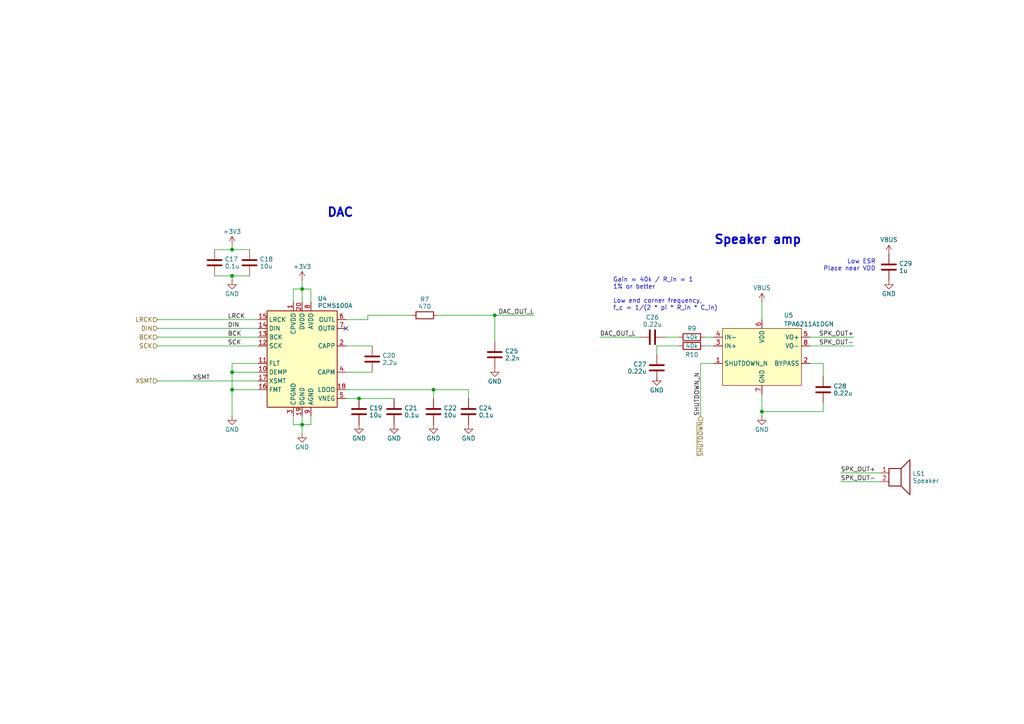
<source format=kicad_sch>
(kicad_sch
	(version 20250114)
	(generator "eeschema")
	(generator_version "9.0")
	(uuid "9abbaac5-680c-4fc4-bed2-c4b5613c1e85")
	(paper "A4")
	(lib_symbols
		(symbol "Audio:PCM5100A"
			(exclude_from_sim no)
			(in_bom yes)
			(on_board yes)
			(property "Reference" "U"
				(at -10.16 13.97 0)
				(effects
					(font
						(size 1.27 1.27)
					)
					(justify left)
				)
			)
			(property "Value" "PCM5100A"
				(at 3.81 13.97 0)
				(effects
					(font
						(size 1.27 1.27)
					)
					(justify left)
				)
			)
			(property "Footprint" "Package_SO:TSSOP-20_4.4x6.5mm_P0.65mm"
				(at 25.4 -16.51 0)
				(effects
					(font
						(size 1.27 1.27)
					)
					(hide yes)
				)
			)
			(property "Datasheet" "https://www.ti.com/lit/ds/symlink/pcm5100a.pdf"
				(at 0 0 0)
				(effects
					(font
						(size 1.27 1.27)
					)
					(hide yes)
				)
			)
			(property "Description" "2.1 VRMS, 100dB Audio Stereo DAC with PLL and 32-bit, 384kHz PCM Interface, TSSOP-20"
				(at 0 0 0)
				(effects
					(font
						(size 1.27 1.27)
					)
					(hide yes)
				)
			)
			(property "ki_keywords" "audio dac 2ch 32bit 384kHz"
				(at 0 0 0)
				(effects
					(font
						(size 1.27 1.27)
					)
					(hide yes)
				)
			)
			(property "ki_fp_filters" "TSSOP*4.4x6.5mm*P0.65mm*"
				(at 0 0 0)
				(effects
					(font
						(size 1.27 1.27)
					)
					(hide yes)
				)
			)
			(symbol "PCM5100A_0_1"
				(rectangle
					(start -10.16 12.7)
					(end 10.16 -15.24)
					(stroke
						(width 0.254)
						(type default)
					)
					(fill
						(type background)
					)
				)
			)
			(symbol "PCM5100A_1_1"
				(pin input line
					(at -12.7 10.16 0)
					(length 2.54)
					(name "LRCK"
						(effects
							(font
								(size 1.27 1.27)
							)
						)
					)
					(number "15"
						(effects
							(font
								(size 1.27 1.27)
							)
						)
					)
				)
				(pin input line
					(at -12.7 7.62 0)
					(length 2.54)
					(name "DIN"
						(effects
							(font
								(size 1.27 1.27)
							)
						)
					)
					(number "14"
						(effects
							(font
								(size 1.27 1.27)
							)
						)
					)
				)
				(pin input line
					(at -12.7 5.08 0)
					(length 2.54)
					(name "BCK"
						(effects
							(font
								(size 1.27 1.27)
							)
						)
					)
					(number "13"
						(effects
							(font
								(size 1.27 1.27)
							)
						)
					)
				)
				(pin input line
					(at -12.7 2.54 0)
					(length 2.54)
					(name "SCK"
						(effects
							(font
								(size 1.27 1.27)
							)
						)
					)
					(number "12"
						(effects
							(font
								(size 1.27 1.27)
							)
						)
					)
				)
				(pin input line
					(at -12.7 -2.54 0)
					(length 2.54)
					(name "FLT"
						(effects
							(font
								(size 1.27 1.27)
							)
						)
					)
					(number "11"
						(effects
							(font
								(size 1.27 1.27)
							)
						)
					)
				)
				(pin input line
					(at -12.7 -5.08 0)
					(length 2.54)
					(name "DEMP"
						(effects
							(font
								(size 1.27 1.27)
							)
						)
					)
					(number "10"
						(effects
							(font
								(size 1.27 1.27)
							)
						)
					)
				)
				(pin input line
					(at -12.7 -7.62 0)
					(length 2.54)
					(name "XSMT"
						(effects
							(font
								(size 1.27 1.27)
							)
						)
					)
					(number "17"
						(effects
							(font
								(size 1.27 1.27)
							)
						)
					)
				)
				(pin input line
					(at -12.7 -10.16 0)
					(length 2.54)
					(name "FMT"
						(effects
							(font
								(size 1.27 1.27)
							)
						)
					)
					(number "16"
						(effects
							(font
								(size 1.27 1.27)
							)
						)
					)
				)
				(pin passive line
					(at -2.54 15.24 270)
					(length 2.54)
					(name "CPVDD"
						(effects
							(font
								(size 1.27 1.27)
							)
						)
					)
					(number "1"
						(effects
							(font
								(size 1.27 1.27)
							)
						)
					)
				)
				(pin power_in line
					(at -2.54 -17.78 90)
					(length 2.54)
					(name "CPGND"
						(effects
							(font
								(size 1.27 1.27)
							)
						)
					)
					(number "3"
						(effects
							(font
								(size 1.27 1.27)
							)
						)
					)
				)
				(pin power_in line
					(at 0 15.24 270)
					(length 2.54)
					(name "DVDD"
						(effects
							(font
								(size 1.27 1.27)
							)
						)
					)
					(number "20"
						(effects
							(font
								(size 1.27 1.27)
							)
						)
					)
				)
				(pin power_in line
					(at 0 -17.78 90)
					(length 2.54)
					(name "DGND"
						(effects
							(font
								(size 1.27 1.27)
							)
						)
					)
					(number "19"
						(effects
							(font
								(size 1.27 1.27)
							)
						)
					)
				)
				(pin power_in line
					(at 2.54 15.24 270)
					(length 2.54)
					(name "AVDD"
						(effects
							(font
								(size 1.27 1.27)
							)
						)
					)
					(number "8"
						(effects
							(font
								(size 1.27 1.27)
							)
						)
					)
				)
				(pin power_in line
					(at 2.54 -17.78 90)
					(length 2.54)
					(name "AGND"
						(effects
							(font
								(size 1.27 1.27)
							)
						)
					)
					(number "9"
						(effects
							(font
								(size 1.27 1.27)
							)
						)
					)
				)
				(pin output line
					(at 12.7 10.16 180)
					(length 2.54)
					(name "OUTL"
						(effects
							(font
								(size 1.27 1.27)
							)
						)
					)
					(number "6"
						(effects
							(font
								(size 1.27 1.27)
							)
						)
					)
				)
				(pin output line
					(at 12.7 7.62 180)
					(length 2.54)
					(name "OUTR"
						(effects
							(font
								(size 1.27 1.27)
							)
						)
					)
					(number "7"
						(effects
							(font
								(size 1.27 1.27)
							)
						)
					)
				)
				(pin passive line
					(at 12.7 2.54 180)
					(length 2.54)
					(name "CAPP"
						(effects
							(font
								(size 1.27 1.27)
							)
						)
					)
					(number "2"
						(effects
							(font
								(size 1.27 1.27)
							)
						)
					)
				)
				(pin passive line
					(at 12.7 -5.08 180)
					(length 2.54)
					(name "CAPM"
						(effects
							(font
								(size 1.27 1.27)
							)
						)
					)
					(number "4"
						(effects
							(font
								(size 1.27 1.27)
							)
						)
					)
				)
				(pin passive line
					(at 12.7 -10.16 180)
					(length 2.54)
					(name "LDOO"
						(effects
							(font
								(size 1.27 1.27)
							)
						)
					)
					(number "18"
						(effects
							(font
								(size 1.27 1.27)
							)
						)
					)
				)
				(pin passive line
					(at 12.7 -12.7 180)
					(length 2.54)
					(name "VNEG"
						(effects
							(font
								(size 1.27 1.27)
							)
						)
					)
					(number "5"
						(effects
							(font
								(size 1.27 1.27)
							)
						)
					)
				)
			)
			(embedded_fonts no)
		)
		(symbol "Device:C"
			(pin_numbers
				(hide yes)
			)
			(pin_names
				(offset 0.254)
			)
			(exclude_from_sim no)
			(in_bom yes)
			(on_board yes)
			(property "Reference" "C"
				(at 0.635 2.54 0)
				(effects
					(font
						(size 1.27 1.27)
					)
					(justify left)
				)
			)
			(property "Value" "C"
				(at 0.635 -2.54 0)
				(effects
					(font
						(size 1.27 1.27)
					)
					(justify left)
				)
			)
			(property "Footprint" ""
				(at 0.9652 -3.81 0)
				(effects
					(font
						(size 1.27 1.27)
					)
					(hide yes)
				)
			)
			(property "Datasheet" "~"
				(at 0 0 0)
				(effects
					(font
						(size 1.27 1.27)
					)
					(hide yes)
				)
			)
			(property "Description" "Unpolarized capacitor"
				(at 0 0 0)
				(effects
					(font
						(size 1.27 1.27)
					)
					(hide yes)
				)
			)
			(property "ki_keywords" "cap capacitor"
				(at 0 0 0)
				(effects
					(font
						(size 1.27 1.27)
					)
					(hide yes)
				)
			)
			(property "ki_fp_filters" "C_*"
				(at 0 0 0)
				(effects
					(font
						(size 1.27 1.27)
					)
					(hide yes)
				)
			)
			(symbol "C_0_1"
				(polyline
					(pts
						(xy -2.032 0.762) (xy 2.032 0.762)
					)
					(stroke
						(width 0.508)
						(type default)
					)
					(fill
						(type none)
					)
				)
				(polyline
					(pts
						(xy -2.032 -0.762) (xy 2.032 -0.762)
					)
					(stroke
						(width 0.508)
						(type default)
					)
					(fill
						(type none)
					)
				)
			)
			(symbol "C_1_1"
				(pin passive line
					(at 0 3.81 270)
					(length 2.794)
					(name "~"
						(effects
							(font
								(size 1.27 1.27)
							)
						)
					)
					(number "1"
						(effects
							(font
								(size 1.27 1.27)
							)
						)
					)
				)
				(pin passive line
					(at 0 -3.81 90)
					(length 2.794)
					(name "~"
						(effects
							(font
								(size 1.27 1.27)
							)
						)
					)
					(number "2"
						(effects
							(font
								(size 1.27 1.27)
							)
						)
					)
				)
			)
			(embedded_fonts no)
		)
		(symbol "Device:R"
			(pin_numbers
				(hide yes)
			)
			(pin_names
				(offset 0)
			)
			(exclude_from_sim no)
			(in_bom yes)
			(on_board yes)
			(property "Reference" "R"
				(at 2.032 0 90)
				(effects
					(font
						(size 1.27 1.27)
					)
				)
			)
			(property "Value" "R"
				(at 0 0 90)
				(effects
					(font
						(size 1.27 1.27)
					)
				)
			)
			(property "Footprint" ""
				(at -1.778 0 90)
				(effects
					(font
						(size 1.27 1.27)
					)
					(hide yes)
				)
			)
			(property "Datasheet" "~"
				(at 0 0 0)
				(effects
					(font
						(size 1.27 1.27)
					)
					(hide yes)
				)
			)
			(property "Description" "Resistor"
				(at 0 0 0)
				(effects
					(font
						(size 1.27 1.27)
					)
					(hide yes)
				)
			)
			(property "ki_keywords" "R res resistor"
				(at 0 0 0)
				(effects
					(font
						(size 1.27 1.27)
					)
					(hide yes)
				)
			)
			(property "ki_fp_filters" "R_*"
				(at 0 0 0)
				(effects
					(font
						(size 1.27 1.27)
					)
					(hide yes)
				)
			)
			(symbol "R_0_1"
				(rectangle
					(start -1.016 -2.54)
					(end 1.016 2.54)
					(stroke
						(width 0.254)
						(type default)
					)
					(fill
						(type none)
					)
				)
			)
			(symbol "R_1_1"
				(pin passive line
					(at 0 3.81 270)
					(length 1.27)
					(name "~"
						(effects
							(font
								(size 1.27 1.27)
							)
						)
					)
					(number "1"
						(effects
							(font
								(size 1.27 1.27)
							)
						)
					)
				)
				(pin passive line
					(at 0 -3.81 90)
					(length 1.27)
					(name "~"
						(effects
							(font
								(size 1.27 1.27)
							)
						)
					)
					(number "2"
						(effects
							(font
								(size 1.27 1.27)
							)
						)
					)
				)
			)
			(embedded_fonts no)
		)
		(symbol "Device:Speaker"
			(pin_names
				(offset 0)
				(hide yes)
			)
			(exclude_from_sim no)
			(in_bom yes)
			(on_board yes)
			(property "Reference" "LS"
				(at 1.27 5.715 0)
				(effects
					(font
						(size 1.27 1.27)
					)
					(justify right)
				)
			)
			(property "Value" "Speaker"
				(at 1.27 3.81 0)
				(effects
					(font
						(size 1.27 1.27)
					)
					(justify right)
				)
			)
			(property "Footprint" ""
				(at 0 -5.08 0)
				(effects
					(font
						(size 1.27 1.27)
					)
					(hide yes)
				)
			)
			(property "Datasheet" "~"
				(at -0.254 -1.27 0)
				(effects
					(font
						(size 1.27 1.27)
					)
					(hide yes)
				)
			)
			(property "Description" "Speaker"
				(at 0 0 0)
				(effects
					(font
						(size 1.27 1.27)
					)
					(hide yes)
				)
			)
			(property "ki_keywords" "speaker sound"
				(at 0 0 0)
				(effects
					(font
						(size 1.27 1.27)
					)
					(hide yes)
				)
			)
			(symbol "Speaker_0_0"
				(rectangle
					(start -2.54 1.27)
					(end 1.016 -3.81)
					(stroke
						(width 0.254)
						(type default)
					)
					(fill
						(type none)
					)
				)
				(polyline
					(pts
						(xy 1.016 1.27) (xy 3.556 3.81) (xy 3.556 -6.35) (xy 1.016 -3.81)
					)
					(stroke
						(width 0.254)
						(type default)
					)
					(fill
						(type none)
					)
				)
			)
			(symbol "Speaker_1_1"
				(pin input line
					(at -5.08 0 0)
					(length 2.54)
					(name "1"
						(effects
							(font
								(size 1.27 1.27)
							)
						)
					)
					(number "1"
						(effects
							(font
								(size 1.27 1.27)
							)
						)
					)
				)
				(pin input line
					(at -5.08 -2.54 0)
					(length 2.54)
					(name "2"
						(effects
							(font
								(size 1.27 1.27)
							)
						)
					)
					(number "2"
						(effects
							(font
								(size 1.27 1.27)
							)
						)
					)
				)
			)
			(embedded_fonts no)
		)
		(symbol "artsfest-audio:TPA6211A1DGN"
			(exclude_from_sim no)
			(in_bom yes)
			(on_board yes)
			(property "Reference" "U"
				(at 6.35 11.43 0)
				(effects
					(font
						(size 1.27 1.27)
					)
					(justify left)
				)
			)
			(property "Value" "TPA6211A1DGN"
				(at 6.35 8.89 0)
				(effects
					(font
						(size 1.27 1.27)
					)
					(justify left)
				)
			)
			(property "Footprint" "Package_SO:HVSSOP-10-1EP_3x3mm_P0.5mm_EP1.57x1.88mm"
				(at 0 -12.7 0)
				(effects
					(font
						(size 1.27 1.27)
					)
					(hide yes)
				)
			)
			(property "Datasheet" "https://www.ti.com/cn/lit/ds/symlink/tpa6211a1.pdf"
				(at -1.27 -10.795 0)
				(effects
					(font
						(size 1.27 1.27)
					)
					(hide yes)
				)
			)
			(property "Description" "3.1-W Mono Fully Differential Audio Power Amplifier"
				(at 0 0 0)
				(effects
					(font
						(size 1.27 1.27)
					)
					(hide yes)
				)
			)
			(symbol "TPA6211A1DGN_1_0"
				(pin input line
					(at -13.97 5.08 0)
					(length 2.54)
					(name "IN-"
						(effects
							(font
								(size 1.27 1.27)
							)
						)
					)
					(number "4"
						(effects
							(font
								(size 1.27 1.27)
							)
						)
					)
				)
				(pin input line
					(at -13.97 2.54 0)
					(length 2.54)
					(name "IN+"
						(effects
							(font
								(size 1.27 1.27)
							)
						)
					)
					(number "3"
						(effects
							(font
								(size 1.27 1.27)
							)
						)
					)
				)
				(pin input line
					(at -13.97 -2.54 0)
					(length 2.54)
					(name "SHUTDOWN_N"
						(effects
							(font
								(size 1.27 1.27)
							)
						)
					)
					(number "1"
						(effects
							(font
								(size 1.27 1.27)
							)
						)
					)
				)
				(pin power_in line
					(at 0 10.16 270)
					(length 2.54)
					(name "VDD"
						(effects
							(font
								(size 1.27 1.27)
							)
						)
					)
					(number "6"
						(effects
							(font
								(size 1.27 1.27)
							)
						)
					)
				)
				(pin power_in line
					(at 0 -11.43 90)
					(length 2.54)
					(name "GND"
						(effects
							(font
								(size 1.27 1.27)
							)
						)
					)
					(number "7"
						(effects
							(font
								(size 1.27 1.27)
							)
						)
					)
				)
				(pin output line
					(at 13.97 5.08 180)
					(length 2.54)
					(name "VO+"
						(effects
							(font
								(size 1.27 1.27)
							)
						)
					)
					(number "5"
						(effects
							(font
								(size 1.27 1.27)
							)
						)
					)
				)
				(pin output line
					(at 13.97 2.54 180)
					(length 2.54)
					(name "VO-"
						(effects
							(font
								(size 1.27 1.27)
							)
						)
					)
					(number "8"
						(effects
							(font
								(size 1.27 1.27)
							)
						)
					)
				)
				(pin input line
					(at 13.97 -2.54 180)
					(length 2.54)
					(name "BYPASS"
						(effects
							(font
								(size 1.27 1.27)
							)
						)
					)
					(number "2"
						(effects
							(font
								(size 1.27 1.27)
							)
						)
					)
				)
			)
			(symbol "TPA6211A1DGN_1_1"
				(rectangle
					(start -11.43 7.62)
					(end 11.43 -8.89)
					(stroke
						(width 0)
						(type default)
					)
					(fill
						(type background)
					)
				)
			)
			(embedded_fonts no)
		)
		(symbol "power:+3V3"
			(power)
			(pin_numbers
				(hide yes)
			)
			(pin_names
				(offset 0)
				(hide yes)
			)
			(exclude_from_sim no)
			(in_bom yes)
			(on_board yes)
			(property "Reference" "#PWR"
				(at 0 -3.81 0)
				(effects
					(font
						(size 1.27 1.27)
					)
					(hide yes)
				)
			)
			(property "Value" "+3V3"
				(at 0 3.556 0)
				(effects
					(font
						(size 1.27 1.27)
					)
				)
			)
			(property "Footprint" ""
				(at 0 0 0)
				(effects
					(font
						(size 1.27 1.27)
					)
					(hide yes)
				)
			)
			(property "Datasheet" ""
				(at 0 0 0)
				(effects
					(font
						(size 1.27 1.27)
					)
					(hide yes)
				)
			)
			(property "Description" "Power symbol creates a global label with name \"+3V3\""
				(at 0 0 0)
				(effects
					(font
						(size 1.27 1.27)
					)
					(hide yes)
				)
			)
			(property "ki_keywords" "global power"
				(at 0 0 0)
				(effects
					(font
						(size 1.27 1.27)
					)
					(hide yes)
				)
			)
			(symbol "+3V3_0_1"
				(polyline
					(pts
						(xy -0.762 1.27) (xy 0 2.54)
					)
					(stroke
						(width 0)
						(type default)
					)
					(fill
						(type none)
					)
				)
				(polyline
					(pts
						(xy 0 2.54) (xy 0.762 1.27)
					)
					(stroke
						(width 0)
						(type default)
					)
					(fill
						(type none)
					)
				)
				(polyline
					(pts
						(xy 0 0) (xy 0 2.54)
					)
					(stroke
						(width 0)
						(type default)
					)
					(fill
						(type none)
					)
				)
			)
			(symbol "+3V3_1_1"
				(pin power_in line
					(at 0 0 90)
					(length 0)
					(name "~"
						(effects
							(font
								(size 1.27 1.27)
							)
						)
					)
					(number "1"
						(effects
							(font
								(size 1.27 1.27)
							)
						)
					)
				)
			)
			(embedded_fonts no)
		)
		(symbol "power:GND"
			(power)
			(pin_numbers
				(hide yes)
			)
			(pin_names
				(offset 0)
				(hide yes)
			)
			(exclude_from_sim no)
			(in_bom yes)
			(on_board yes)
			(property "Reference" "#PWR"
				(at 0 -6.35 0)
				(effects
					(font
						(size 1.27 1.27)
					)
					(hide yes)
				)
			)
			(property "Value" "GND"
				(at 0 -3.81 0)
				(effects
					(font
						(size 1.27 1.27)
					)
				)
			)
			(property "Footprint" ""
				(at 0 0 0)
				(effects
					(font
						(size 1.27 1.27)
					)
					(hide yes)
				)
			)
			(property "Datasheet" ""
				(at 0 0 0)
				(effects
					(font
						(size 1.27 1.27)
					)
					(hide yes)
				)
			)
			(property "Description" "Power symbol creates a global label with name \"GND\" , ground"
				(at 0 0 0)
				(effects
					(font
						(size 1.27 1.27)
					)
					(hide yes)
				)
			)
			(property "ki_keywords" "global power"
				(at 0 0 0)
				(effects
					(font
						(size 1.27 1.27)
					)
					(hide yes)
				)
			)
			(symbol "GND_0_1"
				(polyline
					(pts
						(xy 0 0) (xy 0 -1.27) (xy 1.27 -1.27) (xy 0 -2.54) (xy -1.27 -1.27) (xy 0 -1.27)
					)
					(stroke
						(width 0)
						(type default)
					)
					(fill
						(type none)
					)
				)
			)
			(symbol "GND_1_1"
				(pin power_in line
					(at 0 0 270)
					(length 0)
					(name "~"
						(effects
							(font
								(size 1.27 1.27)
							)
						)
					)
					(number "1"
						(effects
							(font
								(size 1.27 1.27)
							)
						)
					)
				)
			)
			(embedded_fonts no)
		)
		(symbol "power:VBUS"
			(power)
			(pin_numbers
				(hide yes)
			)
			(pin_names
				(offset 0)
				(hide yes)
			)
			(exclude_from_sim no)
			(in_bom yes)
			(on_board yes)
			(property "Reference" "#PWR"
				(at 0 -3.81 0)
				(effects
					(font
						(size 1.27 1.27)
					)
					(hide yes)
				)
			)
			(property "Value" "VBUS"
				(at 0 3.556 0)
				(effects
					(font
						(size 1.27 1.27)
					)
				)
			)
			(property "Footprint" ""
				(at 0 0 0)
				(effects
					(font
						(size 1.27 1.27)
					)
					(hide yes)
				)
			)
			(property "Datasheet" ""
				(at 0 0 0)
				(effects
					(font
						(size 1.27 1.27)
					)
					(hide yes)
				)
			)
			(property "Description" "Power symbol creates a global label with name \"VBUS\""
				(at 0 0 0)
				(effects
					(font
						(size 1.27 1.27)
					)
					(hide yes)
				)
			)
			(property "ki_keywords" "global power"
				(at 0 0 0)
				(effects
					(font
						(size 1.27 1.27)
					)
					(hide yes)
				)
			)
			(symbol "VBUS_0_1"
				(polyline
					(pts
						(xy -0.762 1.27) (xy 0 2.54)
					)
					(stroke
						(width 0)
						(type default)
					)
					(fill
						(type none)
					)
				)
				(polyline
					(pts
						(xy 0 2.54) (xy 0.762 1.27)
					)
					(stroke
						(width 0)
						(type default)
					)
					(fill
						(type none)
					)
				)
				(polyline
					(pts
						(xy 0 0) (xy 0 2.54)
					)
					(stroke
						(width 0)
						(type default)
					)
					(fill
						(type none)
					)
				)
			)
			(symbol "VBUS_1_1"
				(pin power_in line
					(at 0 0 90)
					(length 0)
					(name "~"
						(effects
							(font
								(size 1.27 1.27)
							)
						)
					)
					(number "1"
						(effects
							(font
								(size 1.27 1.27)
							)
						)
					)
				)
			)
			(embedded_fonts no)
		)
	)
	(text "DAC"
		(exclude_from_sim no)
		(at 94.742 63.246 0)
		(effects
			(font
				(size 2.54 2.54)
				(thickness 0.508)
				(bold yes)
			)
			(justify left bottom)
		)
		(uuid "36f84573-87ea-43da-9f72-7967e7b21c36")
	)
	(text "Gain = 40k / R_in = 1\n1% or better\n\nLow end corner frequency, \nf_c = 1/(2 * pi * R_in * C_in)"
		(exclude_from_sim no)
		(at 177.8 90.17 0)
		(effects
			(font
				(size 1.27 1.27)
			)
			(justify left bottom)
		)
		(uuid "56741048-aeba-4f66-a5c0-59d209fef4ab")
	)
	(text "Speaker amp"
		(exclude_from_sim no)
		(at 207.01 71.12 0)
		(effects
			(font
				(size 2.54 2.54)
				(thickness 0.508)
				(bold yes)
			)
			(justify left bottom)
		)
		(uuid "61c7323b-ef66-40b9-ae11-7aa2064875ff")
	)
	(text "Low ESR\nPlace near VDD"
		(exclude_from_sim no)
		(at 254 78.74 0)
		(effects
			(font
				(size 1.27 1.27)
			)
			(justify right bottom)
		)
		(uuid "aa1e7a97-232a-4f29-b50a-f6beb8220ce6")
	)
	(junction
		(at 87.63 123.19)
		(diameter 0)
		(color 0 0 0 0)
		(uuid "1ba6a830-9ebd-419a-b8f1-48b75cdf1a82")
	)
	(junction
		(at 67.31 107.95)
		(diameter 0)
		(color 0 0 0 0)
		(uuid "244ee6e8-f0c5-4a75-ba4a-0f9366764ed9")
	)
	(junction
		(at 87.63 83.82)
		(diameter 0)
		(color 0 0 0 0)
		(uuid "6940feb6-df61-44d4-a725-62972f63ee8e")
	)
	(junction
		(at 67.31 72.39)
		(diameter 0)
		(color 0 0 0 0)
		(uuid "78233ae5-30d0-47fc-b6ab-fa9f1f06edd7")
	)
	(junction
		(at 104.14 115.57)
		(diameter 0)
		(color 0 0 0 0)
		(uuid "8e4c2058-9bcb-4b5b-b903-f1043570e20e")
	)
	(junction
		(at 67.31 113.03)
		(diameter 0)
		(color 0 0 0 0)
		(uuid "91879deb-a899-4883-9a4e-ff2a97a51e51")
	)
	(junction
		(at 220.98 119.38)
		(diameter 0)
		(color 0 0 0 0)
		(uuid "9d26cbfb-4ee4-43c6-9039-04260c8fdab5")
	)
	(junction
		(at 67.31 80.01)
		(diameter 0)
		(color 0 0 0 0)
		(uuid "a337a81e-8d91-41b0-bf57-be0e796de63b")
	)
	(junction
		(at 125.73 113.03)
		(diameter 0)
		(color 0 0 0 0)
		(uuid "b70a8412-f2eb-441d-89dc-c54e93c1f9c9")
	)
	(junction
		(at 143.51 91.44)
		(diameter 0)
		(color 0 0 0 0)
		(uuid "c77215b2-ca0f-4090-a12a-7248466784ed")
	)
	(no_connect
		(at 100.33 95.25)
		(uuid "c715dcc8-b251-4164-bc8a-9809efdd4bc9")
	)
	(wire
		(pts
			(xy 238.76 119.38) (xy 220.98 119.38)
		)
		(stroke
			(width 0)
			(type default)
		)
		(uuid "03e6129c-a63c-4c3a-9f68-3ddb6542f83f")
	)
	(wire
		(pts
			(xy 238.76 116.84) (xy 238.76 119.38)
		)
		(stroke
			(width 0)
			(type default)
		)
		(uuid "07ed8ae8-2b3f-492d-81af-3ac68d191d57")
	)
	(wire
		(pts
			(xy 85.09 120.65) (xy 85.09 123.19)
		)
		(stroke
			(width 0)
			(type default)
		)
		(uuid "0ef5a7c3-0c70-41b0-a9c6-a20e2475f5df")
	)
	(wire
		(pts
			(xy 90.17 83.82) (xy 90.17 87.63)
		)
		(stroke
			(width 0)
			(type default)
		)
		(uuid "16171e19-3eb6-4a05-836a-88637ce868ef")
	)
	(wire
		(pts
			(xy 247.65 100.33) (xy 234.95 100.33)
		)
		(stroke
			(width 0)
			(type default)
		)
		(uuid "186a35a7-da6c-4209-babc-5a3d3226b792")
	)
	(wire
		(pts
			(xy 220.98 120.65) (xy 220.98 119.38)
		)
		(stroke
			(width 0)
			(type default)
		)
		(uuid "1881ee35-35a2-4a60-b605-dc65617dbfa8")
	)
	(wire
		(pts
			(xy 45.72 97.79) (xy 74.93 97.79)
		)
		(stroke
			(width 0)
			(type default)
		)
		(uuid "202b2023-1705-48c4-8aca-1caf086cc32c")
	)
	(wire
		(pts
			(xy 106.68 91.44) (xy 119.38 91.44)
		)
		(stroke
			(width 0)
			(type default)
		)
		(uuid "23516702-5866-482f-a886-027a36af6def")
	)
	(wire
		(pts
			(xy 125.73 115.57) (xy 125.73 113.03)
		)
		(stroke
			(width 0)
			(type default)
		)
		(uuid "23c27c76-d55c-404a-b49c-fd3c48511aa8")
	)
	(wire
		(pts
			(xy 203.2 105.41) (xy 203.2 120.65)
		)
		(stroke
			(width 0)
			(type default)
		)
		(uuid "28d171a8-6b9c-430e-9bde-2e2516e817d6")
	)
	(wire
		(pts
			(xy 106.68 92.71) (xy 106.68 91.44)
		)
		(stroke
			(width 0)
			(type default)
		)
		(uuid "2987f1ed-c5a8-4f53-99ab-3d1c195613e4")
	)
	(wire
		(pts
			(xy 220.98 87.63) (xy 220.98 92.71)
		)
		(stroke
			(width 0)
			(type default)
		)
		(uuid "31bbe92c-9769-48ea-aeb8-f566592173c7")
	)
	(wire
		(pts
			(xy 67.31 80.01) (xy 72.39 80.01)
		)
		(stroke
			(width 0)
			(type default)
		)
		(uuid "32aa1146-4251-4b4a-932c-19db7bd6e382")
	)
	(wire
		(pts
			(xy 45.72 110.49) (xy 74.93 110.49)
		)
		(stroke
			(width 0)
			(type default)
		)
		(uuid "35b5b8c3-20d7-49ca-b961-ac9a9ec1de5f")
	)
	(wire
		(pts
			(xy 143.51 91.44) (xy 154.94 91.44)
		)
		(stroke
			(width 0)
			(type default)
		)
		(uuid "3864350a-5da4-49e1-9fb9-3728d7a9b238")
	)
	(wire
		(pts
			(xy 62.23 72.39) (xy 67.31 72.39)
		)
		(stroke
			(width 0)
			(type default)
		)
		(uuid "405646d3-f5ef-461d-b344-cf9b11c71e55")
	)
	(wire
		(pts
			(xy 238.76 105.41) (xy 234.95 105.41)
		)
		(stroke
			(width 0)
			(type default)
		)
		(uuid "41ed02fb-ce19-4167-9846-e7c9829b48c5")
	)
	(wire
		(pts
			(xy 238.76 109.22) (xy 238.76 105.41)
		)
		(stroke
			(width 0)
			(type default)
		)
		(uuid "438bd181-fdd5-4f26-b6ea-bd11c78e3a7c")
	)
	(wire
		(pts
			(xy 190.5 100.33) (xy 190.5 102.87)
		)
		(stroke
			(width 0)
			(type default)
		)
		(uuid "4e7e99e8-5514-4d2b-aa84-99a3453826e2")
	)
	(wire
		(pts
			(xy 243.84 139.7) (xy 255.27 139.7)
		)
		(stroke
			(width 0)
			(type default)
		)
		(uuid "4fb3368c-18a0-4e66-9839-3c657657981f")
	)
	(wire
		(pts
			(xy 173.99 97.79) (xy 185.42 97.79)
		)
		(stroke
			(width 0)
			(type default)
		)
		(uuid "4fcb4f9c-738c-43d3-a970-3c9060a7021f")
	)
	(wire
		(pts
			(xy 127 91.44) (xy 143.51 91.44)
		)
		(stroke
			(width 0)
			(type default)
		)
		(uuid "5298c63a-ea09-4c3c-a825-f96203a3c6fa")
	)
	(wire
		(pts
			(xy 204.47 100.33) (xy 207.01 100.33)
		)
		(stroke
			(width 0)
			(type default)
		)
		(uuid "541049af-eb81-4b6f-8592-6f4d3759abee")
	)
	(wire
		(pts
			(xy 203.2 105.41) (xy 207.01 105.41)
		)
		(stroke
			(width 0)
			(type default)
		)
		(uuid "58a8957f-ff44-4d96-b3d1-46e9fbfcaeda")
	)
	(wire
		(pts
			(xy 135.89 113.03) (xy 135.89 115.57)
		)
		(stroke
			(width 0)
			(type default)
		)
		(uuid "59150554-b894-4fe1-8184-b4f425c1bc2d")
	)
	(wire
		(pts
			(xy 67.31 107.95) (xy 74.93 107.95)
		)
		(stroke
			(width 0)
			(type default)
		)
		(uuid "63c3112b-27ab-452a-b347-b24e5a93ece3")
	)
	(wire
		(pts
			(xy 67.31 71.12) (xy 67.31 72.39)
		)
		(stroke
			(width 0)
			(type default)
		)
		(uuid "6fde8f73-265f-4a4f-81d8-99c613450bed")
	)
	(wire
		(pts
			(xy 100.33 92.71) (xy 106.68 92.71)
		)
		(stroke
			(width 0)
			(type default)
		)
		(uuid "77bd6526-322f-4bcd-b9d6-b9b43b21393b")
	)
	(wire
		(pts
			(xy 45.72 100.33) (xy 74.93 100.33)
		)
		(stroke
			(width 0)
			(type default)
		)
		(uuid "830860d8-aafa-4e43-b57d-0822995154e5")
	)
	(wire
		(pts
			(xy 204.47 97.79) (xy 207.01 97.79)
		)
		(stroke
			(width 0)
			(type default)
		)
		(uuid "872a8f93-854b-44aa-a163-fa29235d404a")
	)
	(wire
		(pts
			(xy 87.63 83.82) (xy 90.17 83.82)
		)
		(stroke
			(width 0)
			(type default)
		)
		(uuid "904d5683-1c3c-45b0-aae1-57e0b41944e8")
	)
	(wire
		(pts
			(xy 67.31 113.03) (xy 74.93 113.03)
		)
		(stroke
			(width 0)
			(type default)
		)
		(uuid "919d838c-0770-434a-bf04-1a88ff458c1d")
	)
	(wire
		(pts
			(xy 100.33 113.03) (xy 125.73 113.03)
		)
		(stroke
			(width 0)
			(type default)
		)
		(uuid "91bb4372-fd9f-4f3d-b702-ad7df0b0fd1b")
	)
	(wire
		(pts
			(xy 125.73 113.03) (xy 135.89 113.03)
		)
		(stroke
			(width 0)
			(type default)
		)
		(uuid "977fc32f-a5b2-4564-b7c7-4764ab0efad8")
	)
	(wire
		(pts
			(xy 220.98 119.38) (xy 220.98 114.3)
		)
		(stroke
			(width 0)
			(type default)
		)
		(uuid "986b0679-d5dc-4ab0-96e7-cc2b56ef61e5")
	)
	(wire
		(pts
			(xy 190.5 110.49) (xy 190.5 109.22)
		)
		(stroke
			(width 0)
			(type default)
		)
		(uuid "98d87579-d121-4b6a-aef9-e7540ec4738f")
	)
	(wire
		(pts
			(xy 87.63 81.28) (xy 87.63 83.82)
		)
		(stroke
			(width 0)
			(type default)
		)
		(uuid "9a2b9135-732d-49f5-aa26-d1d87959eb79")
	)
	(wire
		(pts
			(xy 67.31 105.41) (xy 74.93 105.41)
		)
		(stroke
			(width 0)
			(type default)
		)
		(uuid "9bb32b0d-9fda-4629-b320-25aea4a9f8d9")
	)
	(wire
		(pts
			(xy 87.63 123.19) (xy 90.17 123.19)
		)
		(stroke
			(width 0)
			(type default)
		)
		(uuid "9eb599bb-4fe9-417d-a150-0fa3f7d8b61c")
	)
	(wire
		(pts
			(xy 45.72 95.25) (xy 74.93 95.25)
		)
		(stroke
			(width 0)
			(type default)
		)
		(uuid "9fb721bc-99bf-4519-99a2-1c8f4e9fe560")
	)
	(wire
		(pts
			(xy 87.63 120.65) (xy 87.63 123.19)
		)
		(stroke
			(width 0)
			(type default)
		)
		(uuid "a1cbeecf-438a-4365-974d-3950b1ecf2a6")
	)
	(wire
		(pts
			(xy 85.09 83.82) (xy 85.09 87.63)
		)
		(stroke
			(width 0)
			(type default)
		)
		(uuid "a4b19750-05a4-4734-ab39-998fc09baeef")
	)
	(wire
		(pts
			(xy 243.84 137.16) (xy 255.27 137.16)
		)
		(stroke
			(width 0)
			(type default)
		)
		(uuid "a5c5edfd-447a-46ba-becf-c0f7eb608880")
	)
	(wire
		(pts
			(xy 67.31 113.03) (xy 67.31 120.65)
		)
		(stroke
			(width 0)
			(type default)
		)
		(uuid "a9e80bad-ea94-411b-a462-d993b67c9704")
	)
	(wire
		(pts
			(xy 190.5 100.33) (xy 196.85 100.33)
		)
		(stroke
			(width 0)
			(type default)
		)
		(uuid "aa920877-436a-4e78-a001-4737ae954b1c")
	)
	(wire
		(pts
			(xy 45.72 92.71) (xy 74.93 92.71)
		)
		(stroke
			(width 0)
			(type default)
		)
		(uuid "ae0cdbd6-5d35-4453-a2b4-5fcf6c86b988")
	)
	(wire
		(pts
			(xy 67.31 72.39) (xy 72.39 72.39)
		)
		(stroke
			(width 0)
			(type default)
		)
		(uuid "ba2b1417-4e44-4a22-b6b2-5e0ff8f7e6aa")
	)
	(wire
		(pts
			(xy 67.31 107.95) (xy 67.31 113.03)
		)
		(stroke
			(width 0)
			(type default)
		)
		(uuid "ba6a60c5-bceb-4637-bebf-fdca3bae28a5")
	)
	(wire
		(pts
			(xy 85.09 83.82) (xy 87.63 83.82)
		)
		(stroke
			(width 0)
			(type default)
		)
		(uuid "be99f24e-34d1-4ba5-9428-b82d6fa5c4b5")
	)
	(wire
		(pts
			(xy 62.23 80.01) (xy 67.31 80.01)
		)
		(stroke
			(width 0)
			(type default)
		)
		(uuid "c6accc11-f14d-4696-9ec4-ff2b847d018d")
	)
	(wire
		(pts
			(xy 107.95 100.33) (xy 100.33 100.33)
		)
		(stroke
			(width 0)
			(type default)
		)
		(uuid "d1558dbb-4dfe-4e86-b23e-fa2a6996b9fb")
	)
	(wire
		(pts
			(xy 100.33 115.57) (xy 104.14 115.57)
		)
		(stroke
			(width 0)
			(type default)
		)
		(uuid "e001161c-bb5a-438f-ad63-19ac39183188")
	)
	(wire
		(pts
			(xy 143.51 91.44) (xy 143.51 99.06)
		)
		(stroke
			(width 0)
			(type default)
		)
		(uuid "e1306780-b6f8-4020-ba29-2d8972ce6ed9")
	)
	(wire
		(pts
			(xy 104.14 115.57) (xy 114.3 115.57)
		)
		(stroke
			(width 0)
			(type default)
		)
		(uuid "e2355a1a-c245-4482-bd4b-c607bbd30708")
	)
	(wire
		(pts
			(xy 87.63 123.19) (xy 87.63 125.73)
		)
		(stroke
			(width 0)
			(type default)
		)
		(uuid "e3c87572-e8dd-432a-9bb3-66b59766ab4d")
	)
	(wire
		(pts
			(xy 67.31 105.41) (xy 67.31 107.95)
		)
		(stroke
			(width 0)
			(type default)
		)
		(uuid "e69bf482-d293-477e-b4de-bc2e3d5e7b7f")
	)
	(wire
		(pts
			(xy 247.65 97.79) (xy 234.95 97.79)
		)
		(stroke
			(width 0)
			(type default)
		)
		(uuid "ecb9d301-eda5-4c55-86e0-667a00d28b57")
	)
	(wire
		(pts
			(xy 85.09 123.19) (xy 87.63 123.19)
		)
		(stroke
			(width 0)
			(type default)
		)
		(uuid "ee7f9711-910a-4718-89a9-6e6b0be697fe")
	)
	(wire
		(pts
			(xy 107.95 107.95) (xy 100.33 107.95)
		)
		(stroke
			(width 0)
			(type default)
		)
		(uuid "f14951b8-6524-48d8-96e1-552712a29aa9")
	)
	(wire
		(pts
			(xy 87.63 83.82) (xy 87.63 87.63)
		)
		(stroke
			(width 0)
			(type default)
		)
		(uuid "f393d688-00a6-4cc9-b711-178f4bccf6e9")
	)
	(wire
		(pts
			(xy 67.31 80.01) (xy 67.31 81.28)
		)
		(stroke
			(width 0)
			(type default)
		)
		(uuid "f7c3aa0a-2e94-4764-88b2-369a9f1957aa")
	)
	(wire
		(pts
			(xy 90.17 123.19) (xy 90.17 120.65)
		)
		(stroke
			(width 0)
			(type default)
		)
		(uuid "fbd25abe-1c0d-47e2-b784-6456814e3775")
	)
	(wire
		(pts
			(xy 193.04 97.79) (xy 196.85 97.79)
		)
		(stroke
			(width 0)
			(type default)
		)
		(uuid "ff1713e6-0c53-4a71-ac96-c5c840527ae0")
	)
	(label "SPK_OUT+"
		(at 243.84 137.16 0)
		(effects
			(font
				(size 1.27 1.27)
			)
			(justify left bottom)
		)
		(uuid "0e96f14b-def8-4f97-8ae1-80297f701a5d")
	)
	(label "SPK_OUT-"
		(at 247.65 100.33 180)
		(effects
			(font
				(size 1.27 1.27)
			)
			(justify right bottom)
		)
		(uuid "12a561b5-d3c9-477f-8a42-98d5ae16d9df")
	)
	(label "XSMT"
		(at 55.88 110.49 0)
		(effects
			(font
				(size 1.27 1.27)
			)
			(justify left bottom)
		)
		(uuid "16d13a6f-0a86-4dcc-8f1f-d55e52253c12")
	)
	(label "DAC_OUT_L"
		(at 154.94 91.44 180)
		(effects
			(font
				(size 1.27 1.27)
			)
			(justify right bottom)
		)
		(uuid "21730772-5f1a-4d9f-b26a-228753bf53fb")
	)
	(label "DIN"
		(at 66.04 95.25 0)
		(effects
			(font
				(size 1.27 1.27)
			)
			(justify left bottom)
		)
		(uuid "39663257-beaf-4118-b634-8fa139028405")
	)
	(label "LRCK"
		(at 66.04 92.71 0)
		(effects
			(font
				(size 1.27 1.27)
			)
			(justify left bottom)
		)
		(uuid "5c84ceac-b1d6-4017-8510-2ba5bb4d4625")
	)
	(label "SHUTDOWN_N"
		(at 203.2 120.65 90)
		(effects
			(font
				(size 1.27 1.27)
			)
			(justify left bottom)
		)
		(uuid "5f982683-614e-4efa-bca2-92a01703f9cf")
	)
	(label "DAC_OUT_L"
		(at 173.99 97.79 0)
		(effects
			(font
				(size 1.27 1.27)
			)
			(justify left bottom)
		)
		(uuid "a41dff8b-dfa3-410b-87d7-666eaa99d7fa")
	)
	(label "SCK"
		(at 66.04 100.33 0)
		(effects
			(font
				(size 1.27 1.27)
			)
			(justify left bottom)
		)
		(uuid "a941d2b4-d22d-4cc2-8a06-50ad901326e2")
	)
	(label "BCK"
		(at 66.04 97.79 0)
		(effects
			(font
				(size 1.27 1.27)
			)
			(justify left bottom)
		)
		(uuid "ad8f1c80-ea6c-4e2d-912e-6eadafdf5720")
	)
	(label "SPK_OUT+"
		(at 247.65 97.79 180)
		(effects
			(font
				(size 1.27 1.27)
			)
			(justify right bottom)
		)
		(uuid "b3ce2b72-799b-4df5-9433-c9a1290fd33c")
	)
	(label "SPK_OUT-"
		(at 243.84 139.7 0)
		(effects
			(font
				(size 1.27 1.27)
			)
			(justify left bottom)
		)
		(uuid "fba94698-c210-4e10-9aa0-96472ca1dbe7")
	)
	(hierarchical_label "XSMT"
		(shape input)
		(at 45.72 110.49 180)
		(effects
			(font
				(size 1.27 1.27)
			)
			(justify right)
		)
		(uuid "33600621-be63-440a-b7de-4a7992fa1fbb")
	)
	(hierarchical_label "LRCK"
		(shape input)
		(at 45.72 92.71 180)
		(effects
			(font
				(size 1.27 1.27)
			)
			(justify right)
		)
		(uuid "4e9beb4c-b51c-4e2f-b17c-738f893393c9")
	)
	(hierarchical_label "~{SHUTDOWN}"
		(shape input)
		(at 203.2 120.65 270)
		(effects
			(font
				(size 1.27 1.27)
			)
			(justify right)
		)
		(uuid "56f3b9ee-9534-4664-afc1-39c59f754ed8")
	)
	(hierarchical_label "DIN"
		(shape input)
		(at 45.72 95.25 180)
		(effects
			(font
				(size 1.27 1.27)
			)
			(justify right)
		)
		(uuid "d25202c0-54c6-46d6-a6c4-feb3e8e2f86f")
	)
	(hierarchical_label "SCK"
		(shape input)
		(at 45.72 100.33 180)
		(effects
			(font
				(size 1.27 1.27)
			)
			(justify right)
		)
		(uuid "d7c9b4ba-7064-4937-a008-b72f7ccdbfe4")
	)
	(hierarchical_label "BCK"
		(shape input)
		(at 45.72 97.79 180)
		(effects
			(font
				(size 1.27 1.27)
			)
			(justify right)
		)
		(uuid "e7dd8104-675f-4567-93b2-30074e4fd772")
	)
	(symbol
		(lib_id "Device:Speaker")
		(at 260.35 137.16 0)
		(unit 1)
		(exclude_from_sim no)
		(in_bom yes)
		(on_board yes)
		(dnp no)
		(fields_autoplaced yes)
		(uuid "238d6b04-efd4-4e56-839f-61c005c5ae73")
		(property "Reference" "LS1"
			(at 264.668 137.406 0)
			(effects
				(font
					(size 1.27 1.27)
				)
				(justify left)
			)
		)
		(property "Value" "Speaker"
			(at 264.668 139.454 0)
			(effects
				(font
					(size 1.27 1.27)
				)
				(justify left)
			)
		)
		(property "Footprint" "artsfest-audio:Speaker_INGHAI_GSPK2307P-8R1W"
			(at 260.35 142.24 0)
			(effects
				(font
					(size 1.27 1.27)
				)
				(hide yes)
			)
		)
		(property "Datasheet" "~"
			(at 260.096 138.43 0)
			(effects
				(font
					(size 1.27 1.27)
				)
				(hide yes)
			)
		)
		(property "Description" ""
			(at 260.35 137.16 0)
			(effects
				(font
					(size 1.27 1.27)
				)
			)
		)
		(property "LCSC" "C530531"
			(at 260.35 137.16 0)
			(effects
				(font
					(size 1.27 1.27)
				)
				(hide yes)
			)
		)
		(pin "1"
			(uuid "e23e5fe4-6b45-4c0c-82aa-f4e9945a79ae")
		)
		(pin "2"
			(uuid "5a623c6f-9c3b-4322-8740-f041a366d5d7")
		)
		(instances
			(project "merch-board"
				(path "/678860fb-ca84-49ce-8914-5111a0392305/a12ce3b1-75a8-4bb0-a962-5063aba995dd"
					(reference "LS1")
					(unit 1)
				)
			)
		)
	)
	(symbol
		(lib_id "Device:C")
		(at 135.89 119.38 0)
		(unit 1)
		(exclude_from_sim no)
		(in_bom yes)
		(on_board yes)
		(dnp no)
		(fields_autoplaced yes)
		(uuid "2764e4db-0ed6-41e7-919e-27a9bee9f58c")
		(property "Reference" "C24"
			(at 138.811 118.356 0)
			(effects
				(font
					(size 1.27 1.27)
				)
				(justify left)
			)
		)
		(property "Value" "0.1u"
			(at 138.811 120.404 0)
			(effects
				(font
					(size 1.27 1.27)
				)
				(justify left)
			)
		)
		(property "Footprint" "Capacitor_SMD:C_0402_1005Metric"
			(at 136.8552 123.19 0)
			(effects
				(font
					(size 1.27 1.27)
				)
				(hide yes)
			)
		)
		(property "Datasheet" "~"
			(at 135.89 119.38 0)
			(effects
				(font
					(size 1.27 1.27)
				)
				(hide yes)
			)
		)
		(property "Description" ""
			(at 135.89 119.38 0)
			(effects
				(font
					(size 1.27 1.27)
				)
			)
		)
		(property "LCSC" "C14663"
			(at 135.89 119.38 0)
			(effects
				(font
					(size 1.27 1.27)
				)
				(hide yes)
			)
		)
		(pin "1"
			(uuid "c0dc061a-817a-43d2-92c3-e53639251bf1")
		)
		(pin "2"
			(uuid "f18c6fb1-5899-49b2-ab2c-9294c788445c")
		)
		(instances
			(project "merch-board"
				(path "/678860fb-ca84-49ce-8914-5111a0392305/a12ce3b1-75a8-4bb0-a962-5063aba995dd"
					(reference "C24")
					(unit 1)
				)
			)
		)
	)
	(symbol
		(lib_id "power:VBUS")
		(at 257.81 73.66 0)
		(unit 1)
		(exclude_from_sim no)
		(in_bom yes)
		(on_board yes)
		(dnp no)
		(fields_autoplaced yes)
		(uuid "2cc9b3c6-fa89-41d7-894d-be07fa5a65a1")
		(property "Reference" "#PWR042"
			(at 257.81 77.47 0)
			(effects
				(font
					(size 1.27 1.27)
				)
				(hide yes)
			)
		)
		(property "Value" "VBUS"
			(at 257.81 69.5269 0)
			(effects
				(font
					(size 1.27 1.27)
				)
			)
		)
		(property "Footprint" ""
			(at 257.81 73.66 0)
			(effects
				(font
					(size 1.27 1.27)
				)
				(hide yes)
			)
		)
		(property "Datasheet" ""
			(at 257.81 73.66 0)
			(effects
				(font
					(size 1.27 1.27)
				)
				(hide yes)
			)
		)
		(property "Description" "Power symbol creates a global label with name \"VBUS\""
			(at 257.81 73.66 0)
			(effects
				(font
					(size 1.27 1.27)
				)
				(hide yes)
			)
		)
		(pin "1"
			(uuid "9a4be497-a04f-497b-9860-b8510f79addb")
		)
		(instances
			(project ""
				(path "/678860fb-ca84-49ce-8914-5111a0392305/a12ce3b1-75a8-4bb0-a962-5063aba995dd"
					(reference "#PWR042")
					(unit 1)
				)
			)
		)
	)
	(symbol
		(lib_id "power:GND")
		(at 143.51 106.68 0)
		(unit 1)
		(exclude_from_sim no)
		(in_bom yes)
		(on_board yes)
		(dnp no)
		(fields_autoplaced yes)
		(uuid "2d2b0221-6204-411a-9a92-829dfad2c9d4")
		(property "Reference" "#PWR038"
			(at 143.51 113.03 0)
			(effects
				(font
					(size 1.27 1.27)
				)
				(hide yes)
			)
		)
		(property "Value" "GND"
			(at 143.51 110.625 0)
			(effects
				(font
					(size 1.27 1.27)
				)
			)
		)
		(property "Footprint" ""
			(at 143.51 106.68 0)
			(effects
				(font
					(size 1.27 1.27)
				)
				(hide yes)
			)
		)
		(property "Datasheet" ""
			(at 143.51 106.68 0)
			(effects
				(font
					(size 1.27 1.27)
				)
				(hide yes)
			)
		)
		(property "Description" ""
			(at 143.51 106.68 0)
			(effects
				(font
					(size 1.27 1.27)
				)
			)
		)
		(pin "1"
			(uuid "1b41a560-be36-459d-926e-34f88bd7557b")
		)
		(instances
			(project "merch-board"
				(path "/678860fb-ca84-49ce-8914-5111a0392305/a12ce3b1-75a8-4bb0-a962-5063aba995dd"
					(reference "#PWR038")
					(unit 1)
				)
			)
		)
	)
	(symbol
		(lib_id "power:GND")
		(at 87.63 125.73 0)
		(unit 1)
		(exclude_from_sim no)
		(in_bom yes)
		(on_board yes)
		(dnp no)
		(fields_autoplaced yes)
		(uuid "38397f90-e035-48d9-93eb-305eecb3d146")
		(property "Reference" "#PWR032"
			(at 87.63 132.08 0)
			(effects
				(font
					(size 1.27 1.27)
				)
				(hide yes)
			)
		)
		(property "Value" "GND"
			(at 87.63 129.675 0)
			(effects
				(font
					(size 1.27 1.27)
				)
			)
		)
		(property "Footprint" ""
			(at 87.63 125.73 0)
			(effects
				(font
					(size 1.27 1.27)
				)
				(hide yes)
			)
		)
		(property "Datasheet" ""
			(at 87.63 125.73 0)
			(effects
				(font
					(size 1.27 1.27)
				)
				(hide yes)
			)
		)
		(property "Description" ""
			(at 87.63 125.73 0)
			(effects
				(font
					(size 1.27 1.27)
				)
			)
		)
		(pin "1"
			(uuid "a7427737-8383-4cb4-9bd6-d54203a039e6")
		)
		(instances
			(project "merch-board"
				(path "/678860fb-ca84-49ce-8914-5111a0392305/a12ce3b1-75a8-4bb0-a962-5063aba995dd"
					(reference "#PWR032")
					(unit 1)
				)
			)
		)
	)
	(symbol
		(lib_id "power:GND")
		(at 190.5 109.22 0)
		(unit 1)
		(exclude_from_sim no)
		(in_bom yes)
		(on_board yes)
		(dnp no)
		(fields_autoplaced yes)
		(uuid "3ffb71e5-8d28-4ed2-85f0-d9a016e43bf1")
		(property "Reference" "#PWR039"
			(at 190.5 115.57 0)
			(effects
				(font
					(size 1.27 1.27)
				)
				(hide yes)
			)
		)
		(property "Value" "GND"
			(at 190.5 113.165 0)
			(effects
				(font
					(size 1.27 1.27)
				)
			)
		)
		(property "Footprint" ""
			(at 190.5 109.22 0)
			(effects
				(font
					(size 1.27 1.27)
				)
				(hide yes)
			)
		)
		(property "Datasheet" ""
			(at 190.5 109.22 0)
			(effects
				(font
					(size 1.27 1.27)
				)
				(hide yes)
			)
		)
		(property "Description" ""
			(at 190.5 109.22 0)
			(effects
				(font
					(size 1.27 1.27)
				)
			)
		)
		(pin "1"
			(uuid "c9789826-92ed-4e7e-9329-f4e1d2135158")
		)
		(instances
			(project "merch-board"
				(path "/678860fb-ca84-49ce-8914-5111a0392305/a12ce3b1-75a8-4bb0-a962-5063aba995dd"
					(reference "#PWR039")
					(unit 1)
				)
			)
		)
	)
	(symbol
		(lib_id "Device:C")
		(at 238.76 113.03 0)
		(unit 1)
		(exclude_from_sim no)
		(in_bom yes)
		(on_board yes)
		(dnp no)
		(fields_autoplaced yes)
		(uuid "4724fb5d-594e-4a15-96a0-7bb672add1e7")
		(property "Reference" "C28"
			(at 241.681 112.006 0)
			(effects
				(font
					(size 1.27 1.27)
				)
				(justify left)
			)
		)
		(property "Value" "0.22u"
			(at 241.681 114.054 0)
			(effects
				(font
					(size 1.27 1.27)
				)
				(justify left)
			)
		)
		(property "Footprint" "Capacitor_SMD:C_0402_1005Metric"
			(at 239.7252 116.84 0)
			(effects
				(font
					(size 1.27 1.27)
				)
				(hide yes)
			)
		)
		(property "Datasheet" "~"
			(at 238.76 113.03 0)
			(effects
				(font
					(size 1.27 1.27)
				)
				(hide yes)
			)
		)
		(property "Description" ""
			(at 238.76 113.03 0)
			(effects
				(font
					(size 1.27 1.27)
				)
			)
		)
		(property "LCSC" "C21120"
			(at 238.76 113.03 0)
			(effects
				(font
					(size 1.27 1.27)
				)
				(hide yes)
			)
		)
		(pin "1"
			(uuid "c7bdb94f-f6a0-4a11-afbd-26eee4b0666d")
		)
		(pin "2"
			(uuid "1ccdf3d6-4000-4ac8-a6d3-a8f30385e404")
		)
		(instances
			(project "merch-board"
				(path "/678860fb-ca84-49ce-8914-5111a0392305/a12ce3b1-75a8-4bb0-a962-5063aba995dd"
					(reference "C28")
					(unit 1)
				)
			)
		)
	)
	(symbol
		(lib_id "artsfest-audio:TPA6211A1DGN")
		(at 220.98 102.87 0)
		(unit 1)
		(exclude_from_sim no)
		(in_bom yes)
		(on_board yes)
		(dnp no)
		(fields_autoplaced yes)
		(uuid "52bf8a9a-4824-485a-98e1-912544c0482e")
		(property "Reference" "U5"
			(at 227.33 91.44 0)
			(effects
				(font
					(size 1.27 1.27)
				)
				(justify left)
			)
		)
		(property "Value" "TPA6211A1DGN"
			(at 227.33 93.98 0)
			(effects
				(font
					(size 1.27 1.27)
				)
				(justify left)
			)
		)
		(property "Footprint" "Package_SO:VSSOP-8_3x3mm_P0.65mm"
			(at 220.98 115.57 0)
			(effects
				(font
					(size 1.27 1.27)
				)
				(hide yes)
			)
		)
		(property "Datasheet" "https://www.ti.com/cn/lit/ds/symlink/tpa6211a1.pdf"
			(at 219.71 113.665 0)
			(effects
				(font
					(size 1.27 1.27)
				)
				(hide yes)
			)
		)
		(property "Description" ""
			(at 220.98 102.87 0)
			(effects
				(font
					(size 1.27 1.27)
				)
			)
		)
		(property "LCSC" "C7718"
			(at 220.98 102.87 0)
			(effects
				(font
					(size 1.27 1.27)
				)
				(hide yes)
			)
		)
		(pin "1"
			(uuid "5b43e418-1a8e-42d4-ba95-509d51b6a38c")
		)
		(pin "2"
			(uuid "8f0ff6e2-5491-4051-afd5-41665bd452c7")
		)
		(pin "3"
			(uuid "02b7b5e4-4294-43be-8555-89676727ec0a")
		)
		(pin "4"
			(uuid "6d9b5433-a76e-4c22-9132-c472a0d4132a")
		)
		(pin "5"
			(uuid "69538a5a-dcb9-4a3f-934f-be5843580b3b")
		)
		(pin "6"
			(uuid "3b49c405-7cd2-4d8b-863d-7ebedd47f605")
		)
		(pin "7"
			(uuid "8b5a5e85-a83e-4456-a011-227d866a19af")
		)
		(pin "8"
			(uuid "c0685167-c0a4-46af-b8ff-33297e22c7e8")
		)
		(instances
			(project "merch-board"
				(path "/678860fb-ca84-49ce-8914-5111a0392305/a12ce3b1-75a8-4bb0-a962-5063aba995dd"
					(reference "U5")
					(unit 1)
				)
			)
		)
	)
	(symbol
		(lib_id "Device:C")
		(at 190.5 106.68 0)
		(mirror y)
		(unit 1)
		(exclude_from_sim no)
		(in_bom yes)
		(on_board yes)
		(dnp no)
		(uuid "585bd884-b128-4a2f-810a-3d8371720deb")
		(property "Reference" "C27"
			(at 187.579 105.656 0)
			(effects
				(font
					(size 1.27 1.27)
				)
				(justify left)
			)
		)
		(property "Value" "0.22u"
			(at 187.579 107.704 0)
			(effects
				(font
					(size 1.27 1.27)
				)
				(justify left)
			)
		)
		(property "Footprint" "Capacitor_SMD:C_0402_1005Metric"
			(at 189.5348 110.49 0)
			(effects
				(font
					(size 1.27 1.27)
				)
				(hide yes)
			)
		)
		(property "Datasheet" "~"
			(at 190.5 106.68 0)
			(effects
				(font
					(size 1.27 1.27)
				)
				(hide yes)
			)
		)
		(property "Description" ""
			(at 190.5 106.68 0)
			(effects
				(font
					(size 1.27 1.27)
				)
			)
		)
		(property "LCSC" "C21120"
			(at 190.5 106.68 0)
			(effects
				(font
					(size 1.27 1.27)
				)
				(hide yes)
			)
		)
		(pin "1"
			(uuid "f40fc4a2-967b-4cb7-90fa-79426b4c6cdb")
		)
		(pin "2"
			(uuid "3cf5b39b-8b27-4dfb-b2b7-1e1e893c6f5e")
		)
		(instances
			(project "merch-board"
				(path "/678860fb-ca84-49ce-8914-5111a0392305/a12ce3b1-75a8-4bb0-a962-5063aba995dd"
					(reference "C27")
					(unit 1)
				)
			)
		)
	)
	(symbol
		(lib_id "power:+3V3")
		(at 87.63 81.28 0)
		(unit 1)
		(exclude_from_sim no)
		(in_bom yes)
		(on_board yes)
		(dnp no)
		(fields_autoplaced yes)
		(uuid "5ee3e8f5-fdaa-4271-beca-95a85d1ea294")
		(property "Reference" "#PWR031"
			(at 87.63 85.09 0)
			(effects
				(font
					(size 1.27 1.27)
				)
				(hide yes)
			)
		)
		(property "Value" "+3V3"
			(at 87.63 77.335 0)
			(effects
				(font
					(size 1.27 1.27)
				)
			)
		)
		(property "Footprint" ""
			(at 87.63 81.28 0)
			(effects
				(font
					(size 1.27 1.27)
				)
				(hide yes)
			)
		)
		(property "Datasheet" ""
			(at 87.63 81.28 0)
			(effects
				(font
					(size 1.27 1.27)
				)
				(hide yes)
			)
		)
		(property "Description" ""
			(at 87.63 81.28 0)
			(effects
				(font
					(size 1.27 1.27)
				)
			)
		)
		(pin "1"
			(uuid "51deb3c7-a6b3-44c7-9f70-c5b0bcc2bf71")
		)
		(instances
			(project "merch-board"
				(path "/678860fb-ca84-49ce-8914-5111a0392305/a12ce3b1-75a8-4bb0-a962-5063aba995dd"
					(reference "#PWR031")
					(unit 1)
				)
			)
		)
	)
	(symbol
		(lib_id "Device:C")
		(at 257.81 77.47 0)
		(unit 1)
		(exclude_from_sim no)
		(in_bom yes)
		(on_board yes)
		(dnp no)
		(fields_autoplaced yes)
		(uuid "7c440ce6-e16a-471a-a7fc-4bcf35c992c3")
		(property "Reference" "C29"
			(at 260.731 76.446 0)
			(effects
				(font
					(size 1.27 1.27)
				)
				(justify left)
			)
		)
		(property "Value" "1u"
			(at 260.731 78.494 0)
			(effects
				(font
					(size 1.27 1.27)
				)
				(justify left)
			)
		)
		(property "Footprint" "Capacitor_SMD:C_0402_1005Metric"
			(at 258.7752 81.28 0)
			(effects
				(font
					(size 1.27 1.27)
				)
				(hide yes)
			)
		)
		(property "Datasheet" "~"
			(at 257.81 77.47 0)
			(effects
				(font
					(size 1.27 1.27)
				)
				(hide yes)
			)
		)
		(property "Description" ""
			(at 257.81 77.47 0)
			(effects
				(font
					(size 1.27 1.27)
				)
			)
		)
		(property "LCSC" "C15849"
			(at 257.81 77.47 0)
			(effects
				(font
					(size 1.27 1.27)
				)
				(hide yes)
			)
		)
		(pin "1"
			(uuid "7fb47387-3a8c-424e-a262-d95bc2524133")
		)
		(pin "2"
			(uuid "ba17e26e-f582-441c-b391-501116d639a8")
		)
		(instances
			(project "merch-board"
				(path "/678860fb-ca84-49ce-8914-5111a0392305/a12ce3b1-75a8-4bb0-a962-5063aba995dd"
					(reference "C29")
					(unit 1)
				)
			)
		)
	)
	(symbol
		(lib_id "power:GND")
		(at 220.98 120.65 0)
		(unit 1)
		(exclude_from_sim no)
		(in_bom yes)
		(on_board yes)
		(dnp no)
		(fields_autoplaced yes)
		(uuid "85102d69-5d4f-4635-9897-9688608a76c8")
		(property "Reference" "#PWR041"
			(at 220.98 127 0)
			(effects
				(font
					(size 1.27 1.27)
				)
				(hide yes)
			)
		)
		(property "Value" "GND"
			(at 220.98 124.595 0)
			(effects
				(font
					(size 1.27 1.27)
				)
			)
		)
		(property "Footprint" ""
			(at 220.98 120.65 0)
			(effects
				(font
					(size 1.27 1.27)
				)
				(hide yes)
			)
		)
		(property "Datasheet" ""
			(at 220.98 120.65 0)
			(effects
				(font
					(size 1.27 1.27)
				)
				(hide yes)
			)
		)
		(property "Description" ""
			(at 220.98 120.65 0)
			(effects
				(font
					(size 1.27 1.27)
				)
			)
		)
		(pin "1"
			(uuid "40292e51-6aea-45a6-9494-9e6adc5a150d")
		)
		(instances
			(project "merch-board"
				(path "/678860fb-ca84-49ce-8914-5111a0392305/a12ce3b1-75a8-4bb0-a962-5063aba995dd"
					(reference "#PWR041")
					(unit 1)
				)
			)
		)
	)
	(symbol
		(lib_id "Device:R")
		(at 200.66 97.79 90)
		(unit 1)
		(exclude_from_sim no)
		(in_bom yes)
		(on_board yes)
		(dnp no)
		(uuid "8ed0179c-5fa2-4f19-b58a-7e041d3d19dd")
		(property "Reference" "R9"
			(at 200.66 95.25 90)
			(effects
				(font
					(size 1.27 1.27)
				)
			)
		)
		(property "Value" "40k"
			(at 200.66 97.79 90)
			(effects
				(font
					(size 1.27 1.27)
				)
			)
		)
		(property "Footprint" "Resistor_SMD:R_0402_1005Metric"
			(at 200.66 99.568 90)
			(effects
				(font
					(size 1.27 1.27)
				)
				(hide yes)
			)
		)
		(property "Datasheet" "~"
			(at 200.66 97.79 0)
			(effects
				(font
					(size 1.27 1.27)
				)
				(hide yes)
			)
		)
		(property "Description" ""
			(at 200.66 97.79 0)
			(effects
				(font
					(size 1.27 1.27)
				)
			)
		)
		(property "LCSC" "C861392"
			(at 200.66 97.79 0)
			(effects
				(font
					(size 1.27 1.27)
				)
				(hide yes)
			)
		)
		(pin "1"
			(uuid "4c6fb23b-a7aa-4e06-8bcd-49bc97996a8b")
		)
		(pin "2"
			(uuid "ac13529d-fe11-4a49-9015-ec3f5265b211")
		)
		(instances
			(project "merch-board"
				(path "/678860fb-ca84-49ce-8914-5111a0392305/a12ce3b1-75a8-4bb0-a962-5063aba995dd"
					(reference "R9")
					(unit 1)
				)
			)
		)
	)
	(symbol
		(lib_id "power:GND")
		(at 257.81 81.28 0)
		(unit 1)
		(exclude_from_sim no)
		(in_bom yes)
		(on_board yes)
		(dnp no)
		(fields_autoplaced yes)
		(uuid "935087ea-6fc0-451c-88a9-c6bcdfb4360a")
		(property "Reference" "#PWR043"
			(at 257.81 87.63 0)
			(effects
				(font
					(size 1.27 1.27)
				)
				(hide yes)
			)
		)
		(property "Value" "GND"
			(at 257.81 85.225 0)
			(effects
				(font
					(size 1.27 1.27)
				)
			)
		)
		(property "Footprint" ""
			(at 257.81 81.28 0)
			(effects
				(font
					(size 1.27 1.27)
				)
				(hide yes)
			)
		)
		(property "Datasheet" ""
			(at 257.81 81.28 0)
			(effects
				(font
					(size 1.27 1.27)
				)
				(hide yes)
			)
		)
		(property "Description" ""
			(at 257.81 81.28 0)
			(effects
				(font
					(size 1.27 1.27)
				)
			)
		)
		(pin "1"
			(uuid "5809f07f-6a82-401c-8747-0653cb63d6dd")
		)
		(instances
			(project "merch-board"
				(path "/678860fb-ca84-49ce-8914-5111a0392305/a12ce3b1-75a8-4bb0-a962-5063aba995dd"
					(reference "#PWR043")
					(unit 1)
				)
			)
		)
	)
	(symbol
		(lib_id "power:GND")
		(at 67.31 81.28 0)
		(unit 1)
		(exclude_from_sim no)
		(in_bom yes)
		(on_board yes)
		(dnp no)
		(fields_autoplaced yes)
		(uuid "9844ff11-9f1f-4e57-b353-95f812aad2ee")
		(property "Reference" "#PWR029"
			(at 67.31 87.63 0)
			(effects
				(font
					(size 1.27 1.27)
				)
				(hide yes)
			)
		)
		(property "Value" "GND"
			(at 67.31 85.225 0)
			(effects
				(font
					(size 1.27 1.27)
				)
			)
		)
		(property "Footprint" ""
			(at 67.31 81.28 0)
			(effects
				(font
					(size 1.27 1.27)
				)
				(hide yes)
			)
		)
		(property "Datasheet" ""
			(at 67.31 81.28 0)
			(effects
				(font
					(size 1.27 1.27)
				)
				(hide yes)
			)
		)
		(property "Description" ""
			(at 67.31 81.28 0)
			(effects
				(font
					(size 1.27 1.27)
				)
			)
		)
		(pin "1"
			(uuid "5b0ef8b6-3c7e-4ec9-8ef5-356b1b340fb9")
		)
		(instances
			(project "merch-board"
				(path "/678860fb-ca84-49ce-8914-5111a0392305/a12ce3b1-75a8-4bb0-a962-5063aba995dd"
					(reference "#PWR029")
					(unit 1)
				)
			)
		)
	)
	(symbol
		(lib_id "Device:R")
		(at 123.19 91.44 90)
		(unit 1)
		(exclude_from_sim no)
		(in_bom yes)
		(on_board yes)
		(dnp no)
		(fields_autoplaced yes)
		(uuid "9953b50c-5599-43a3-8fc7-1551da144f7e")
		(property "Reference" "R7"
			(at 123.19 86.844 90)
			(effects
				(font
					(size 1.27 1.27)
				)
			)
		)
		(property "Value" "470"
			(at 123.19 88.892 90)
			(effects
				(font
					(size 1.27 1.27)
				)
			)
		)
		(property "Footprint" "Resistor_SMD:R_0402_1005Metric"
			(at 123.19 93.218 90)
			(effects
				(font
					(size 1.27 1.27)
				)
				(hide yes)
			)
		)
		(property "Datasheet" "~"
			(at 123.19 91.44 0)
			(effects
				(font
					(size 1.27 1.27)
				)
				(hide yes)
			)
		)
		(property "Description" ""
			(at 123.19 91.44 0)
			(effects
				(font
					(size 1.27 1.27)
				)
			)
		)
		(property "LCSC" "C209149"
			(at 123.19 91.44 0)
			(effects
				(font
					(size 1.27 1.27)
				)
				(hide yes)
			)
		)
		(pin "1"
			(uuid "a5bacf70-850a-4bdf-acec-b13881e352c6")
		)
		(pin "2"
			(uuid "6891515c-fc73-4f6b-89e8-618168823511")
		)
		(instances
			(project "merch-board"
				(path "/678860fb-ca84-49ce-8914-5111a0392305/a12ce3b1-75a8-4bb0-a962-5063aba995dd"
					(reference "R7")
					(unit 1)
				)
			)
		)
	)
	(symbol
		(lib_id "Device:R")
		(at 200.66 100.33 90)
		(unit 1)
		(exclude_from_sim no)
		(in_bom yes)
		(on_board yes)
		(dnp no)
		(uuid "9a3250ca-028a-4119-9d45-4740860d9a89")
		(property "Reference" "R10"
			(at 200.66 102.87 90)
			(effects
				(font
					(size 1.27 1.27)
				)
			)
		)
		(property "Value" "40k"
			(at 200.66 100.33 90)
			(effects
				(font
					(size 1.27 1.27)
				)
			)
		)
		(property "Footprint" "Resistor_SMD:R_0402_1005Metric"
			(at 200.66 102.108 90)
			(effects
				(font
					(size 1.27 1.27)
				)
				(hide yes)
			)
		)
		(property "Datasheet" "~"
			(at 200.66 100.33 0)
			(effects
				(font
					(size 1.27 1.27)
				)
				(hide yes)
			)
		)
		(property "Description" ""
			(at 200.66 100.33 0)
			(effects
				(font
					(size 1.27 1.27)
				)
			)
		)
		(property "LCSC" "C861392"
			(at 200.66 100.33 0)
			(effects
				(font
					(size 1.27 1.27)
				)
				(hide yes)
			)
		)
		(pin "1"
			(uuid "a464ad77-6bec-4bbb-a11e-85ae707dce3b")
		)
		(pin "2"
			(uuid "84ad18e5-44f1-48cf-b112-a2a5f1a188a4")
		)
		(instances
			(project "merch-board"
				(path "/678860fb-ca84-49ce-8914-5111a0392305/a12ce3b1-75a8-4bb0-a962-5063aba995dd"
					(reference "R10")
					(unit 1)
				)
			)
		)
	)
	(symbol
		(lib_id "Device:C")
		(at 143.51 102.87 0)
		(unit 1)
		(exclude_from_sim no)
		(in_bom yes)
		(on_board yes)
		(dnp no)
		(fields_autoplaced yes)
		(uuid "9a3bec48-f202-41e7-a34a-5c7ce7131bdb")
		(property "Reference" "C25"
			(at 146.431 101.846 0)
			(effects
				(font
					(size 1.27 1.27)
				)
				(justify left)
			)
		)
		(property "Value" "2.2n"
			(at 146.431 103.894 0)
			(effects
				(font
					(size 1.27 1.27)
				)
				(justify left)
			)
		)
		(property "Footprint" "Capacitor_SMD:C_0402_1005Metric"
			(at 144.4752 106.68 0)
			(effects
				(font
					(size 1.27 1.27)
				)
				(hide yes)
			)
		)
		(property "Datasheet" "~"
			(at 143.51 102.87 0)
			(effects
				(font
					(size 1.27 1.27)
				)
				(hide yes)
			)
		)
		(property "Description" ""
			(at 143.51 102.87 0)
			(effects
				(font
					(size 1.27 1.27)
				)
			)
		)
		(property "LCSC" "C1604"
			(at 143.51 102.87 0)
			(effects
				(font
					(size 1.27 1.27)
				)
				(hide yes)
			)
		)
		(pin "1"
			(uuid "bc8374b9-9dea-4e83-81e8-96c5597edc71")
		)
		(pin "2"
			(uuid "3a21506b-bce0-43fe-9fb0-c9d4bc5ccb38")
		)
		(instances
			(project "merch-board"
				(path "/678860fb-ca84-49ce-8914-5111a0392305/a12ce3b1-75a8-4bb0-a962-5063aba995dd"
					(reference "C25")
					(unit 1)
				)
			)
		)
	)
	(symbol
		(lib_id "Device:C")
		(at 189.23 97.79 90)
		(unit 1)
		(exclude_from_sim no)
		(in_bom yes)
		(on_board yes)
		(dnp no)
		(fields_autoplaced yes)
		(uuid "9b20c36c-c9df-4f42-8051-33fb8bbc4736")
		(property "Reference" "C26"
			(at 189.23 92.051 90)
			(effects
				(font
					(size 1.27 1.27)
				)
			)
		)
		(property "Value" "0.22u"
			(at 189.23 94.099 90)
			(effects
				(font
					(size 1.27 1.27)
				)
			)
		)
		(property "Footprint" "Capacitor_SMD:C_0402_1005Metric"
			(at 193.04 96.8248 0)
			(effects
				(font
					(size 1.27 1.27)
				)
				(hide yes)
			)
		)
		(property "Datasheet" "~"
			(at 189.23 97.79 0)
			(effects
				(font
					(size 1.27 1.27)
				)
				(hide yes)
			)
		)
		(property "Description" ""
			(at 189.23 97.79 0)
			(effects
				(font
					(size 1.27 1.27)
				)
			)
		)
		(property "LCSC" "C21120"
			(at 189.23 97.79 0)
			(effects
				(font
					(size 1.27 1.27)
				)
				(hide yes)
			)
		)
		(pin "1"
			(uuid "9820fc94-1d96-4d2a-8824-99e2632ea64e")
		)
		(pin "2"
			(uuid "a969065f-7942-40e4-af90-a7b0c99bdb33")
		)
		(instances
			(project "merch-board"
				(path "/678860fb-ca84-49ce-8914-5111a0392305/a12ce3b1-75a8-4bb0-a962-5063aba995dd"
					(reference "C26")
					(unit 1)
				)
			)
		)
	)
	(symbol
		(lib_id "power:GND")
		(at 104.14 123.19 0)
		(unit 1)
		(exclude_from_sim no)
		(in_bom yes)
		(on_board yes)
		(dnp no)
		(fields_autoplaced yes)
		(uuid "9d7d5400-12fa-48e7-9d21-ada3d15f11e3")
		(property "Reference" "#PWR033"
			(at 104.14 129.54 0)
			(effects
				(font
					(size 1.27 1.27)
				)
				(hide yes)
			)
		)
		(property "Value" "GND"
			(at 104.14 127.135 0)
			(effects
				(font
					(size 1.27 1.27)
				)
			)
		)
		(property "Footprint" ""
			(at 104.14 123.19 0)
			(effects
				(font
					(size 1.27 1.27)
				)
				(hide yes)
			)
		)
		(property "Datasheet" ""
			(at 104.14 123.19 0)
			(effects
				(font
					(size 1.27 1.27)
				)
				(hide yes)
			)
		)
		(property "Description" ""
			(at 104.14 123.19 0)
			(effects
				(font
					(size 1.27 1.27)
				)
			)
		)
		(pin "1"
			(uuid "ee2f830e-0736-43d2-8f41-42c9327840e8")
		)
		(instances
			(project "merch-board"
				(path "/678860fb-ca84-49ce-8914-5111a0392305/a12ce3b1-75a8-4bb0-a962-5063aba995dd"
					(reference "#PWR033")
					(unit 1)
				)
			)
		)
	)
	(symbol
		(lib_id "Device:C")
		(at 72.39 76.2 0)
		(unit 1)
		(exclude_from_sim no)
		(in_bom yes)
		(on_board yes)
		(dnp no)
		(fields_autoplaced yes)
		(uuid "a2eefa78-19ac-4cee-b240-582c3f554829")
		(property "Reference" "C18"
			(at 75.311 75.176 0)
			(effects
				(font
					(size 1.27 1.27)
				)
				(justify left)
			)
		)
		(property "Value" "10u"
			(at 75.311 77.224 0)
			(effects
				(font
					(size 1.27 1.27)
				)
				(justify left)
			)
		)
		(property "Footprint" "Capacitor_SMD:C_0402_1005Metric"
			(at 73.3552 80.01 0)
			(effects
				(font
					(size 1.27 1.27)
				)
				(hide yes)
			)
		)
		(property "Datasheet" "~"
			(at 72.39 76.2 0)
			(effects
				(font
					(size 1.27 1.27)
				)
				(hide yes)
			)
		)
		(property "Description" ""
			(at 72.39 76.2 0)
			(effects
				(font
					(size 1.27 1.27)
				)
			)
		)
		(property "LCSC" "C19702"
			(at 72.39 76.2 0)
			(effects
				(font
					(size 1.27 1.27)
				)
				(hide yes)
			)
		)
		(pin "1"
			(uuid "ac43454d-4818-499d-91e8-76bb30f87503")
		)
		(pin "2"
			(uuid "bbf75fe4-3afa-4c8f-826b-3ba258506898")
		)
		(instances
			(project "merch-board"
				(path "/678860fb-ca84-49ce-8914-5111a0392305/a12ce3b1-75a8-4bb0-a962-5063aba995dd"
					(reference "C18")
					(unit 1)
				)
			)
		)
	)
	(symbol
		(lib_id "power:GND")
		(at 67.31 120.65 0)
		(unit 1)
		(exclude_from_sim no)
		(in_bom yes)
		(on_board yes)
		(dnp no)
		(fields_autoplaced yes)
		(uuid "a2f3d5f1-cc0d-4a2d-b93c-b0adcf960081")
		(property "Reference" "#PWR030"
			(at 67.31 127 0)
			(effects
				(font
					(size 1.27 1.27)
				)
				(hide yes)
			)
		)
		(property "Value" "GND"
			(at 67.31 124.595 0)
			(effects
				(font
					(size 1.27 1.27)
				)
			)
		)
		(property "Footprint" ""
			(at 67.31 120.65 0)
			(effects
				(font
					(size 1.27 1.27)
				)
				(hide yes)
			)
		)
		(property "Datasheet" ""
			(at 67.31 120.65 0)
			(effects
				(font
					(size 1.27 1.27)
				)
				(hide yes)
			)
		)
		(property "Description" ""
			(at 67.31 120.65 0)
			(effects
				(font
					(size 1.27 1.27)
				)
			)
		)
		(pin "1"
			(uuid "e86cd9fa-ec90-4002-9972-7a7bda2fa4e5")
		)
		(instances
			(project "merch-board"
				(path "/678860fb-ca84-49ce-8914-5111a0392305/a12ce3b1-75a8-4bb0-a962-5063aba995dd"
					(reference "#PWR030")
					(unit 1)
				)
			)
		)
	)
	(symbol
		(lib_id "Device:C")
		(at 114.3 119.38 0)
		(unit 1)
		(exclude_from_sim no)
		(in_bom yes)
		(on_board yes)
		(dnp no)
		(fields_autoplaced yes)
		(uuid "a7b42862-71f3-401c-8857-625f1eccc29c")
		(property "Reference" "C21"
			(at 117.221 118.356 0)
			(effects
				(font
					(size 1.27 1.27)
				)
				(justify left)
			)
		)
		(property "Value" "0.1u"
			(at 117.221 120.404 0)
			(effects
				(font
					(size 1.27 1.27)
				)
				(justify left)
			)
		)
		(property "Footprint" "Capacitor_SMD:C_0402_1005Metric"
			(at 115.2652 123.19 0)
			(effects
				(font
					(size 1.27 1.27)
				)
				(hide yes)
			)
		)
		(property "Datasheet" "~"
			(at 114.3 119.38 0)
			(effects
				(font
					(size 1.27 1.27)
				)
				(hide yes)
			)
		)
		(property "Description" ""
			(at 114.3 119.38 0)
			(effects
				(font
					(size 1.27 1.27)
				)
			)
		)
		(property "LCSC" "C14663"
			(at 114.3 119.38 0)
			(effects
				(font
					(size 1.27 1.27)
				)
				(hide yes)
			)
		)
		(pin "1"
			(uuid "227b1bd7-40de-4155-b78d-cceb3ff2de46")
		)
		(pin "2"
			(uuid "ba5ecfe6-a0b9-4530-a76f-601355ede340")
		)
		(instances
			(project "merch-board"
				(path "/678860fb-ca84-49ce-8914-5111a0392305/a12ce3b1-75a8-4bb0-a962-5063aba995dd"
					(reference "C21")
					(unit 1)
				)
			)
		)
	)
	(symbol
		(lib_id "Device:C")
		(at 107.95 104.14 0)
		(unit 1)
		(exclude_from_sim no)
		(in_bom yes)
		(on_board yes)
		(dnp no)
		(fields_autoplaced yes)
		(uuid "b6271b95-c72e-426c-afa3-80a2136357a8")
		(property "Reference" "C20"
			(at 110.871 103.116 0)
			(effects
				(font
					(size 1.27 1.27)
				)
				(justify left)
			)
		)
		(property "Value" "2.2u"
			(at 110.871 105.164 0)
			(effects
				(font
					(size 1.27 1.27)
				)
				(justify left)
			)
		)
		(property "Footprint" "Capacitor_SMD:C_0402_1005Metric"
			(at 108.9152 107.95 0)
			(effects
				(font
					(size 1.27 1.27)
				)
				(hide yes)
			)
		)
		(property "Datasheet" "~"
			(at 107.95 104.14 0)
			(effects
				(font
					(size 1.27 1.27)
				)
				(hide yes)
			)
		)
		(property "Description" ""
			(at 107.95 104.14 0)
			(effects
				(font
					(size 1.27 1.27)
				)
			)
		)
		(property "LCSC" "C23630"
			(at 107.95 104.14 0)
			(effects
				(font
					(size 1.27 1.27)
				)
				(hide yes)
			)
		)
		(pin "1"
			(uuid "6f5404ce-df7d-44ce-8fbd-e8a000b39844")
		)
		(pin "2"
			(uuid "162f3684-5148-426c-8532-2185a68a07d8")
		)
		(instances
			(project "merch-board"
				(path "/678860fb-ca84-49ce-8914-5111a0392305/a12ce3b1-75a8-4bb0-a962-5063aba995dd"
					(reference "C20")
					(unit 1)
				)
			)
		)
	)
	(symbol
		(lib_id "Device:C")
		(at 104.14 119.38 0)
		(unit 1)
		(exclude_from_sim no)
		(in_bom yes)
		(on_board yes)
		(dnp no)
		(fields_autoplaced yes)
		(uuid "b6a30864-eedc-4aae-aa09-c9469ef485f0")
		(property "Reference" "C19"
			(at 107.061 118.356 0)
			(effects
				(font
					(size 1.27 1.27)
				)
				(justify left)
			)
		)
		(property "Value" "10u"
			(at 107.061 120.404 0)
			(effects
				(font
					(size 1.27 1.27)
				)
				(justify left)
			)
		)
		(property "Footprint" "Capacitor_SMD:C_0402_1005Metric"
			(at 105.1052 123.19 0)
			(effects
				(font
					(size 1.27 1.27)
				)
				(hide yes)
			)
		)
		(property "Datasheet" "~"
			(at 104.14 119.38 0)
			(effects
				(font
					(size 1.27 1.27)
				)
				(hide yes)
			)
		)
		(property "Description" ""
			(at 104.14 119.38 0)
			(effects
				(font
					(size 1.27 1.27)
				)
			)
		)
		(property "LCSC" "C19702"
			(at 104.14 119.38 0)
			(effects
				(font
					(size 1.27 1.27)
				)
				(hide yes)
			)
		)
		(pin "1"
			(uuid "f3586974-a3ce-4e46-a177-bf5103ec80e8")
		)
		(pin "2"
			(uuid "3178ab4a-687d-43b0-bf99-13ec9b3e8032")
		)
		(instances
			(project "merch-board"
				(path "/678860fb-ca84-49ce-8914-5111a0392305/a12ce3b1-75a8-4bb0-a962-5063aba995dd"
					(reference "C19")
					(unit 1)
				)
			)
		)
	)
	(symbol
		(lib_id "power:VBUS")
		(at 220.98 87.63 0)
		(unit 1)
		(exclude_from_sim no)
		(in_bom yes)
		(on_board yes)
		(dnp no)
		(fields_autoplaced yes)
		(uuid "bba7faab-9a7c-4865-bb07-4d60bad30a16")
		(property "Reference" "#PWR040"
			(at 220.98 91.44 0)
			(effects
				(font
					(size 1.27 1.27)
				)
				(hide yes)
			)
		)
		(property "Value" "VBUS"
			(at 220.98 83.4969 0)
			(effects
				(font
					(size 1.27 1.27)
				)
			)
		)
		(property "Footprint" ""
			(at 220.98 87.63 0)
			(effects
				(font
					(size 1.27 1.27)
				)
				(hide yes)
			)
		)
		(property "Datasheet" ""
			(at 220.98 87.63 0)
			(effects
				(font
					(size 1.27 1.27)
				)
				(hide yes)
			)
		)
		(property "Description" "Power symbol creates a global label with name \"VBUS\""
			(at 220.98 87.63 0)
			(effects
				(font
					(size 1.27 1.27)
				)
				(hide yes)
			)
		)
		(pin "1"
			(uuid "9a4be497-a04f-497b-9860-b8510f79addb")
		)
		(instances
			(project ""
				(path "/678860fb-ca84-49ce-8914-5111a0392305/a12ce3b1-75a8-4bb0-a962-5063aba995dd"
					(reference "#PWR040")
					(unit 1)
				)
			)
		)
	)
	(symbol
		(lib_id "Audio:PCM5100A")
		(at 87.63 102.87 0)
		(unit 1)
		(exclude_from_sim no)
		(in_bom yes)
		(on_board yes)
		(dnp no)
		(fields_autoplaced yes)
		(uuid "c46ff53b-65f7-43e1-a260-9a8f6181f31a")
		(property "Reference" "U4"
			(at 92.1259 86.59 0)
			(effects
				(font
					(size 1.27 1.27)
				)
				(justify left)
			)
		)
		(property "Value" "PCM5100A"
			(at 92.1259 88.638 0)
			(effects
				(font
					(size 1.27 1.27)
				)
				(justify left)
			)
		)
		(property "Footprint" "Package_SO:TSSOP-20_4.4x6.5mm_P0.65mm"
			(at 113.03 119.38 0)
			(effects
				(font
					(size 1.27 1.27)
				)
				(hide yes)
			)
		)
		(property "Datasheet" "https://www.ti.com/lit/ds/symlink/pcm5100a.pdf"
			(at 87.63 102.87 0)
			(effects
				(font
					(size 1.27 1.27)
				)
				(hide yes)
			)
		)
		(property "Description" ""
			(at 87.63 102.87 0)
			(effects
				(font
					(size 1.27 1.27)
				)
			)
		)
		(property "LCSC" "C131154"
			(at 87.63 102.87 0)
			(effects
				(font
					(size 1.27 1.27)
				)
				(hide yes)
			)
		)
		(pin "1"
			(uuid "4d3a400a-32f8-4c2b-9c36-ddaee51df614")
		)
		(pin "10"
			(uuid "11992b44-6eb4-4e54-853a-65a086702650")
		)
		(pin "11"
			(uuid "3a70c161-e7ba-415e-9bff-52fab421df65")
		)
		(pin "12"
			(uuid "89055a07-648e-471d-a3c3-3ae20440d921")
		)
		(pin "13"
			(uuid "f2254202-93fa-494f-8c1b-ddf8a17da3ca")
		)
		(pin "14"
			(uuid "c7a0a52d-8734-4bb6-ace3-95a79e8dc37c")
		)
		(pin "15"
			(uuid "0321c382-baa4-4e65-a90f-492bdf8ee28f")
		)
		(pin "16"
			(uuid "1b9dbeaf-ece1-4142-b986-fabc173634d7")
		)
		(pin "17"
			(uuid "c4c2977b-b1a2-4b0c-a221-77cdc8d1d728")
		)
		(pin "18"
			(uuid "f0430a96-c6e0-4595-8d5d-3941456b98a7")
		)
		(pin "19"
			(uuid "4e20d312-4a40-43e2-bc77-a639d2c854a1")
		)
		(pin "2"
			(uuid "c00f7446-9b53-4269-b789-ef2bce68b635")
		)
		(pin "20"
			(uuid "b8620524-0abe-4a8e-ae11-1426012f5be9")
		)
		(pin "3"
			(uuid "0830a4a2-22cf-4b65-8f0b-1fd8df292da8")
		)
		(pin "4"
			(uuid "e096ad4f-d171-4169-bcc4-4380236148d4")
		)
		(pin "5"
			(uuid "4809320b-d70e-428b-b58a-cddb7916fd9e")
		)
		(pin "6"
			(uuid "8dab16d6-95ee-4edd-a9c9-4fda24325f8a")
		)
		(pin "7"
			(uuid "1699cf41-51af-4b8c-ba00-572642ad677d")
		)
		(pin "8"
			(uuid "a5478626-8d85-4dc6-93fd-2b0637f5a85a")
		)
		(pin "9"
			(uuid "89896e49-ba49-462b-a411-b7e8fb817183")
		)
		(instances
			(project "merch-board"
				(path "/678860fb-ca84-49ce-8914-5111a0392305/a12ce3b1-75a8-4bb0-a962-5063aba995dd"
					(reference "U4")
					(unit 1)
				)
			)
		)
	)
	(symbol
		(lib_id "power:GND")
		(at 114.3 123.19 0)
		(unit 1)
		(exclude_from_sim no)
		(in_bom yes)
		(on_board yes)
		(dnp no)
		(fields_autoplaced yes)
		(uuid "c6d16d11-00fa-458c-b585-f067cd77affa")
		(property "Reference" "#PWR034"
			(at 114.3 129.54 0)
			(effects
				(font
					(size 1.27 1.27)
				)
				(hide yes)
			)
		)
		(property "Value" "GND"
			(at 114.3 127.135 0)
			(effects
				(font
					(size 1.27 1.27)
				)
			)
		)
		(property "Footprint" ""
			(at 114.3 123.19 0)
			(effects
				(font
					(size 1.27 1.27)
				)
				(hide yes)
			)
		)
		(property "Datasheet" ""
			(at 114.3 123.19 0)
			(effects
				(font
					(size 1.27 1.27)
				)
				(hide yes)
			)
		)
		(property "Description" ""
			(at 114.3 123.19 0)
			(effects
				(font
					(size 1.27 1.27)
				)
			)
		)
		(pin "1"
			(uuid "b518d78a-9ec4-408a-8815-5d616ca83778")
		)
		(instances
			(project "merch-board"
				(path "/678860fb-ca84-49ce-8914-5111a0392305/a12ce3b1-75a8-4bb0-a962-5063aba995dd"
					(reference "#PWR034")
					(unit 1)
				)
			)
		)
	)
	(symbol
		(lib_id "power:GND")
		(at 135.89 123.19 0)
		(unit 1)
		(exclude_from_sim no)
		(in_bom yes)
		(on_board yes)
		(dnp no)
		(fields_autoplaced yes)
		(uuid "dbde668a-a8ed-4174-b81e-53a8a6a7bef2")
		(property "Reference" "#PWR037"
			(at 135.89 129.54 0)
			(effects
				(font
					(size 1.27 1.27)
				)
				(hide yes)
			)
		)
		(property "Value" "GND"
			(at 135.89 127.135 0)
			(effects
				(font
					(size 1.27 1.27)
				)
			)
		)
		(property "Footprint" ""
			(at 135.89 123.19 0)
			(effects
				(font
					(size 1.27 1.27)
				)
				(hide yes)
			)
		)
		(property "Datasheet" ""
			(at 135.89 123.19 0)
			(effects
				(font
					(size 1.27 1.27)
				)
				(hide yes)
			)
		)
		(property "Description" ""
			(at 135.89 123.19 0)
			(effects
				(font
					(size 1.27 1.27)
				)
			)
		)
		(pin "1"
			(uuid "80e7d3a5-b840-4813-9b2c-527d187fa567")
		)
		(instances
			(project "merch-board"
				(path "/678860fb-ca84-49ce-8914-5111a0392305/a12ce3b1-75a8-4bb0-a962-5063aba995dd"
					(reference "#PWR037")
					(unit 1)
				)
			)
		)
	)
	(symbol
		(lib_id "Device:C")
		(at 125.73 119.38 0)
		(unit 1)
		(exclude_from_sim no)
		(in_bom yes)
		(on_board yes)
		(dnp no)
		(fields_autoplaced yes)
		(uuid "dfe5e70d-324c-43b1-af95-c4e4b692cedc")
		(property "Reference" "C22"
			(at 128.651 118.356 0)
			(effects
				(font
					(size 1.27 1.27)
				)
				(justify left)
			)
		)
		(property "Value" "10u"
			(at 128.651 120.404 0)
			(effects
				(font
					(size 1.27 1.27)
				)
				(justify left)
			)
		)
		(property "Footprint" "Capacitor_SMD:C_0402_1005Metric"
			(at 126.6952 123.19 0)
			(effects
				(font
					(size 1.27 1.27)
				)
				(hide yes)
			)
		)
		(property "Datasheet" "~"
			(at 125.73 119.38 0)
			(effects
				(font
					(size 1.27 1.27)
				)
				(hide yes)
			)
		)
		(property "Description" ""
			(at 125.73 119.38 0)
			(effects
				(font
					(size 1.27 1.27)
				)
			)
		)
		(property "LCSC" "C19702"
			(at 125.73 119.38 0)
			(effects
				(font
					(size 1.27 1.27)
				)
				(hide yes)
			)
		)
		(pin "1"
			(uuid "e9946ad0-b52b-451a-9f14-16659f3d2a7d")
		)
		(pin "2"
			(uuid "a0d3cd21-95c5-4e45-bffb-66a4f73533ca")
		)
		(instances
			(project "merch-board"
				(path "/678860fb-ca84-49ce-8914-5111a0392305/a12ce3b1-75a8-4bb0-a962-5063aba995dd"
					(reference "C22")
					(unit 1)
				)
			)
		)
	)
	(symbol
		(lib_id "Device:C")
		(at 62.23 76.2 0)
		(unit 1)
		(exclude_from_sim no)
		(in_bom yes)
		(on_board yes)
		(dnp no)
		(fields_autoplaced yes)
		(uuid "e41f391b-226d-4e17-bf64-e85a88e85a83")
		(property "Reference" "C17"
			(at 65.151 75.176 0)
			(effects
				(font
					(size 1.27 1.27)
				)
				(justify left)
			)
		)
		(property "Value" "0.1u"
			(at 65.151 77.224 0)
			(effects
				(font
					(size 1.27 1.27)
				)
				(justify left)
			)
		)
		(property "Footprint" "Capacitor_SMD:C_0402_1005Metric"
			(at 63.1952 80.01 0)
			(effects
				(font
					(size 1.27 1.27)
				)
				(hide yes)
			)
		)
		(property "Datasheet" "~"
			(at 62.23 76.2 0)
			(effects
				(font
					(size 1.27 1.27)
				)
				(hide yes)
			)
		)
		(property "Description" ""
			(at 62.23 76.2 0)
			(effects
				(font
					(size 1.27 1.27)
				)
			)
		)
		(property "LCSC" "C14663"
			(at 62.23 76.2 0)
			(effects
				(font
					(size 1.27 1.27)
				)
				(hide yes)
			)
		)
		(pin "1"
			(uuid "876b02bb-d68d-4a6c-a977-6f976d91de10")
		)
		(pin "2"
			(uuid "18d5c616-66ff-4a47-9212-bff20320ab6a")
		)
		(instances
			(project "merch-board"
				(path "/678860fb-ca84-49ce-8914-5111a0392305/a12ce3b1-75a8-4bb0-a962-5063aba995dd"
					(reference "C17")
					(unit 1)
				)
			)
		)
	)
	(symbol
		(lib_id "power:GND")
		(at 125.73 123.19 0)
		(unit 1)
		(exclude_from_sim no)
		(in_bom yes)
		(on_board yes)
		(dnp no)
		(fields_autoplaced yes)
		(uuid "f36465d2-c891-47e5-8be9-1c1dd04f9785")
		(property "Reference" "#PWR035"
			(at 125.73 129.54 0)
			(effects
				(font
					(size 1.27 1.27)
				)
				(hide yes)
			)
		)
		(property "Value" "GND"
			(at 125.73 127.135 0)
			(effects
				(font
					(size 1.27 1.27)
				)
			)
		)
		(property "Footprint" ""
			(at 125.73 123.19 0)
			(effects
				(font
					(size 1.27 1.27)
				)
				(hide yes)
			)
		)
		(property "Datasheet" ""
			(at 125.73 123.19 0)
			(effects
				(font
					(size 1.27 1.27)
				)
				(hide yes)
			)
		)
		(property "Description" ""
			(at 125.73 123.19 0)
			(effects
				(font
					(size 1.27 1.27)
				)
			)
		)
		(pin "1"
			(uuid "c80c7fe1-d1a3-4a23-8ecf-f90a41d8023e")
		)
		(instances
			(project "merch-board"
				(path "/678860fb-ca84-49ce-8914-5111a0392305/a12ce3b1-75a8-4bb0-a962-5063aba995dd"
					(reference "#PWR035")
					(unit 1)
				)
			)
		)
	)
	(symbol
		(lib_id "power:+3V3")
		(at 67.31 71.12 0)
		(unit 1)
		(exclude_from_sim no)
		(in_bom yes)
		(on_board yes)
		(dnp no)
		(fields_autoplaced yes)
		(uuid "fa2dd8f3-35c4-4b16-883d-0ff47b2ddf62")
		(property "Reference" "#PWR028"
			(at 67.31 74.93 0)
			(effects
				(font
					(size 1.27 1.27)
				)
				(hide yes)
			)
		)
		(property "Value" "+3V3"
			(at 67.31 67.175 0)
			(effects
				(font
					(size 1.27 1.27)
				)
			)
		)
		(property "Footprint" ""
			(at 67.31 71.12 0)
			(effects
				(font
					(size 1.27 1.27)
				)
				(hide yes)
			)
		)
		(property "Datasheet" ""
			(at 67.31 71.12 0)
			(effects
				(font
					(size 1.27 1.27)
				)
				(hide yes)
			)
		)
		(property "Description" ""
			(at 67.31 71.12 0)
			(effects
				(font
					(size 1.27 1.27)
				)
			)
		)
		(pin "1"
			(uuid "607d31a1-1566-4a34-adea-917b81cf80c1")
		)
		(instances
			(project "merch-board"
				(path "/678860fb-ca84-49ce-8914-5111a0392305/a12ce3b1-75a8-4bb0-a962-5063aba995dd"
					(reference "#PWR028")
					(unit 1)
				)
			)
		)
	)
)

</source>
